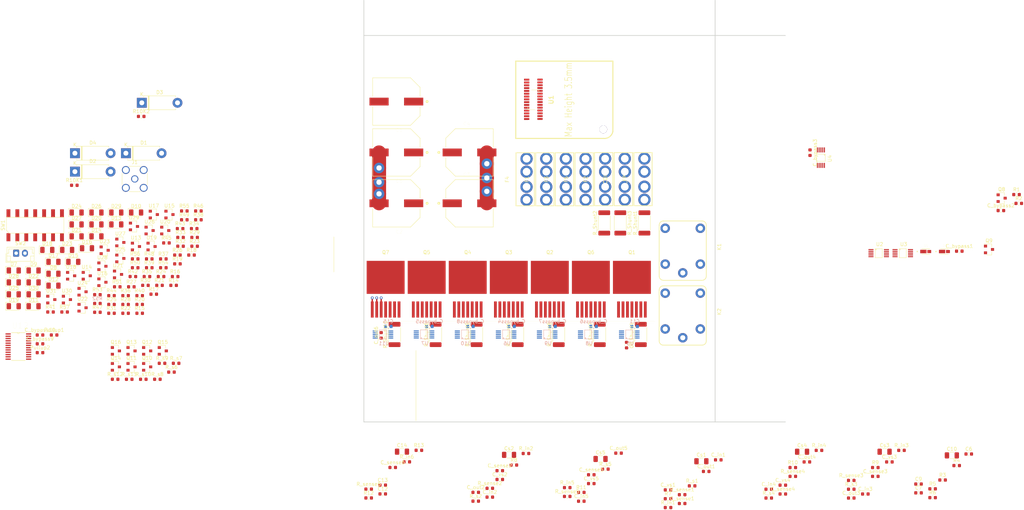
<source format=kicad_pcb>
(kicad_pcb (version 20171130) (host pcbnew "(5.1.4)-1")
  (layers (0 F.Cu signal) (31 B.Cu signal) (34 B.Paste user hide) (35 F.Paste user hide) (36 B.SilkS user) (37 F.SilkS user) (38 B.Mask user hide) (39 F.Mask user hide) (44 Edge.Cuts user))
  (net 0 "")
  (net 1 V+12V)
  (net 2 GND)
  (net 3 P1_MOS_SENSE)
  (net 4 "Net-(C7-Pad1)")
  (net 5 "Net-(C8-Pad1)")
  (net 6 "Net-(C10-Pad2)")
  (net 7 vcc_5v)
  (net 8 "Net-(C12-Pad1)")
  (net 9 "Net-(C14-Pad2)")
  (net 10 "Net-(C_in1-Pad1)")
  (net 11 "Net-(C_in2-Pad1)")
  (net 12 "Net-(C_in3-Pad1)")
  (net 13 "Net-(C_in4-Pad1)")
  (net 14 "Net-(C_in5-Pad1)")
  (net 15 "Net-(C_out1-Pad1)")
  (net 16 "Net-(C_out2-Pad1)")
  (net 17 "Net-(C_out3-Pad1)")
  (net 18 "Net-(C_out4-Pad1)")
  (net 19 "Net-(C_out5-Pad1)")
  (net 20 "Net-(C_out6-Pad1)")
  (net 21 P3_MOS_SENSE)
  (net 22 P5_MOS_SENSE)
  (net 23 P6_MOS_SENSE)
  (net 24 P2_MOS_SENSE)
  (net 25 P4_MOS_SENSE)
  (net 26 P7_MOS_SENSE)
  (net 27 "Net-(Cs1-Pad2)")
  (net 28 "Net-(Cs2-Pad2)")
  (net 29 "Net-(Cs3-Pad2)")
  (net 30 "Net-(Cs4-Pad2)")
  (net 31 "Net-(Cs5-Pad2)")
  (net 32 "Net-(D1-Pad2)")
  (net 33 "Net-(D3-Pad2)")
  (net 34 SHUTDOWN_IN)
  (net 35 FP_ENABLE_RELAY_SINK)
  (net 36 "Net-(D7-Pad1)")
  (net 37 "Net-(D8-Pad1)")
  (net 38 P1_OUT)
  (net 39 "Net-(D9-Pad1)")
  (net 40 P2_OUT)
  (net 41 "Net-(D10-Pad1)")
  (net 42 "Net-(D11-Pad1)")
  (net 43 "Net-(D12-Pad1)")
  (net 44 P3_OUT)
  (net 45 "Net-(D13-Pad1)")
  (net 46 P4_OUT)
  (net 47 "Net-(D14-Pad1)")
  (net 48 "Net-(D15-Pad1)")
  (net 49 "Net-(D16-Pad1)")
  (net 50 P5_OUT)
  (net 51 "Net-(D17-Pad1)")
  (net 52 "Net-(D18-Pad1)")
  (net 53 P6_OUT)
  (net 54 "Net-(D19-Pad1)")
  (net 55 "Net-(D20-Pad1)")
  (net 56 P7_OUT)
  (net 57 FUEL_PUMP_OUT)
  (net 58 "Net-(D21-Pad1)")
  (net 59 "Net-(D22-Pad1)")
  (net 60 COIL_INJECTOR_OUT)
  (net 61 "Net-(D23-Pad1)")
  (net 62 "Net-(D24-Pad1)")
  (net 63 "Net-(D25-Pad1)")
  (net 64 "Net-(D26-Pad2)")
  (net 65 "Net-(D26-Pad1)")
  (net 66 "Net-(D27-Pad1)")
  (net 67 "Net-(D27-Pad2)")
  (net 68 "Net-(D28-Pad2)")
  (net 69 "Net-(D28-Pad1)")
  (net 70 "Net-(D29-Pad2)")
  (net 71 "Net-(D29-Pad1)")
  (net 72 "Net-(D30-Pad1)")
  (net 73 "Net-(D30-Pad2)")
  (net 74 IGN_SWITCH_OUT)
  (net 75 "Net-(F1-Pad2)")
  (net 76 MCU_UNITS_FEED_OUT)
  (net 77 CLUTCH_ACT_OUT)
  (net 78 SHUTDOWN_OUT)
  (net 79 ETC_OUT)
  (net 80 "Net-(F_COIL1-Pad2)")
  (net 81 "Net-(F_FP1-Pad2)")
  (net 82 "Net-(J1-Pad2)")
  (net 83 "Net-(K1-Pad1)")
  (net 84 "Net-(K1-Pad14)")
  (net 85 "Net-(K2-Pad14)")
  (net 86 "Net-(K2-Pad1)")
  (net 87 "Net-(Pullup1-Pad2)")
  (net 88 "Net-(Pullup2-Pad2)")
  (net 89 FP_ENABLE_ACM)
  (net 90 FP_ENABLE_AUX)
  (net 91 P1_MOS_SENSE_Select)
  (net 92 MOS_SENSE_ALL)
  (net 93 P2_MOS_SENSE_Select)
  (net 94 P3_MOS_SENSE_Select)
  (net 95 P4_MOS_SENSE_Select)
  (net 96 P5_MOS_SENSE_Select)
  (net 97 P6_MOS_SENSE_Select)
  (net 98 P7_MOS_SENSE_Select)
  (net 99 P1_MOS_IN)
  (net 100 P3_MOS_IN)
  (net 101 P5_MOS_IN)
  (net 102 P6_MOS_IN)
  (net 103 P2_MOS_IN)
  (net 104 P4_MOS_IN)
  (net 105 P7_MOS_IN)
  (net 106 P1_EN_ACM)
  (net 107 P1_EN_AUX)
  (net 108 P1_Fault)
  (net 109 P2_Fault)
  (net 110 P2_EN_ACM)
  (net 111 P2_EN_AUX)
  (net 112 P3_Fault)
  (net 113 P4_Fault)
  (net 114 P5_Fault)
  (net 115 P3_EN_ACM)
  (net 116 P3_EN_AUX)
  (net 117 P6_Fault)
  (net 118 P7_Fault)
  (net 119 P4_EN_ACM)
  (net 120 P4_EN_AUX)
  (net 121 P5_EN_ACM)
  (net 122 P5_EN_AUX)
  (net 123 P6_EN_ACM)
  (net 124 P6_EN_AUX)
  (net 125 P7_EN_ACM)
  (net 126 P7_EN_AUX)
  (net 127 COIL_INJECTOR_Fault)
  (net 128 FUEL_PUMP_Fault)
  (net 129 Switch)
  (net 130 SDA)
  (net 131 SLC)
  (net 132 "Net-(SW1-Pad1)")
  (net 133 "Net-(SW1-Pad2)")
  (net 134 "Net-(SW1-Pad3)")
  (net 135 "Net-(SW1-Pad4)")
  (net 136 "Net-(SW1-Pad5)")
  (net 137 "Net-(SW1-Pad6)")
  (net 138 "Net-(SW1-Pad7)")
  (net 139 "Net-(U1-Pad5)")
  (net 140 "Net-(U1-Pad7)")
  (net 141 "Net-(U1-Pad10)")
  (net 142 "Net-(U1-Pad11)")
  (net 143 RX)
  (net 144 "Net-(U1-Pad13)")
  (net 145 TX)
  (net 146 "Net-(U1-Pad15)")
  (net 147 CAN_HIGH)
  (net 148 CAN_LOW)
  (net 149 COIL_INJECTOR_Alert)
  (net 150 FP_Alert)
  (net 151 DIRECT_Alert)
  (module AR_PDM_v1:CAPAE1350X1400N_EEV-FK1V471Q (layer F.Cu) (at 49.276 57.15 180)
    (fp_text reference C1 (at -0.825 -8.135) (layer F.SilkS) (effects (font (thickness 0.015))))
    (fp_text value 470uf)
    (pad 1 smd rect (at -4.925 0 180) (size 5.46 2.21) (layers F.Cu F.Paste F.Mask) (net 1 V+12V))
    (pad 2 smd rect (at 4.925 0 180) (size 5.46 2.21) (layers F.Cu F.Paste F.Mask) (net 2 GND))
  )
  (module AR_PDM_v1:CAPAE1350X1400N_EEV-FK1V471Q (layer F.Cu) (at 49.276 86.106 180)
    (fp_text reference C2 (at -0.825 -8.135) (layer F.SilkS) (effects (font (thickness 0.015))))
    (fp_text value 470uf)
    (pad 2 smd rect (at 4.925 0 180) (size 5.46 2.21) (layers F.Cu F.Paste F.Mask) (net 2 GND))
    (pad 1 smd rect (at -4.925 0 180) (size 5.46 2.21) (layers F.Cu F.Paste F.Mask) (net 1 V+12V))
  )
  (module AR_PDM_v1:CAPAE1350X1400N_EEV-FK1V471Q (layer F.Cu) (at 70.104 86.106)
    (fp_text reference C3 (at -0.825 -8.135) (layer F.SilkS) (effects (font (thickness 0.015))))
    (fp_text value 470uf)
    (pad 2 smd rect (at 4.925 0) (size 5.46 2.21) (layers F.Cu F.Paste F.Mask) (net 2 GND))
    (pad 1 smd rect (at -4.925 0) (size 5.46 2.21) (layers F.Cu F.Paste F.Mask) (net 1 V+12V))
  )
  (module AR_PDM_v1:CAPAE1350X1400N_EEV-FK1V471Q (layer F.Cu) (at 70.104 71.628)
    (fp_text reference C4 (at -0.825 -8.135) (layer F.SilkS) (effects (font (thickness 0.015))))
    (fp_text value 470uf)
    (pad 1 smd rect (at -4.925 0) (size 5.46 2.21) (layers F.Cu F.Paste F.Mask) (net 1 V+12V))
    (pad 2 smd rect (at 4.925 0) (size 5.46 2.21) (layers F.Cu F.Paste F.Mask) (net 2 GND))
  )
  (module AR_PDM_v1:CAPAE1350X1400N_EEV-FK1V471Q (layer F.Cu) (at 49.276 71.628 180)
    (fp_text reference C5 (at -0.825 -8.135) (layer F.SilkS) (effects (font (thickness 0.015))))
    (fp_text value 470uf)
    (pad 1 smd rect (at -4.925 0 180) (size 5.46 2.21) (layers F.Cu F.Paste F.Mask) (net 1 V+12V))
    (pad 2 smd rect (at 4.925 0 180) (size 5.46 2.21) (layers F.Cu F.Paste F.Mask) (net 2 GND))
  )
  (module Capacitor_SMD:C_0603_1608Metric (layer F.Cu) (at 212.217001 157.473001)
    (fp_text reference C6 (at 0 -1.43) (layer F.SilkS))
    (fp_text value 10nf)
    (pad 1 smd roundrect (at -0.7875 0) (size 0.875 0.95) (layers F.Cu F.Paste F.Mask) (net 2 GND))
    (pad 2 smd roundrect (at 0.7875 0) (size 0.875 0.95) (layers F.Cu F.Paste F.Mask) (net 3 P1_MOS_SENSE))
  )
  (module Capacitor_SMD:C_0603_1608Metric (layer F.Cu) (at 197.917001 168.533001)
    (fp_text reference C7 (at 0 -1.43) (layer F.SilkS))
    (fp_text value 150nf)
    (pad 1 smd roundrect (at -0.7875 0) (size 0.875 0.95) (layers F.Cu F.Paste F.Mask) (net 4 "Net-(C7-Pad1)"))
    (pad 2 smd roundrect (at 0.7875 0) (size 0.875 0.95) (layers F.Cu F.Paste F.Mask) (net 2 GND))
  )
  (module Capacitor_SMD:C_0603_1608Metric (layer F.Cu) (at 114.808 126.4665 270)
    (fp_text reference C8 (at 0 -1.43 90) (layer F.SilkS))
    (fp_text value 10nf)
    (pad 2 smd roundrect (at 0.7875 0 270) (size 0.875 0.95) (layers F.Cu F.Paste F.Mask) (net 2 GND))
    (pad 1 smd roundrect (at -0.7875 0 270) (size 0.875 0.95) (layers F.Cu F.Paste F.Mask) (net 5 "Net-(C8-Pad1)"))
  )
  (module Capacitor_SMD:C_0603_1608Metric (layer F.Cu) (at 197.917001 166.023001)
    (fp_text reference C9 (at 0 -1.43) (layer F.SilkS))
    (fp_text value 100nf)
    (pad 2 smd roundrect (at 0.7875 0) (size 0.875 0.95) (layers F.Cu F.Paste F.Mask) (net 1 V+12V))
    (pad 1 smd roundrect (at -0.7875 0) (size 0.875 0.95) (layers F.Cu F.Paste F.Mask) (net 2 GND))
  )
  (module Capacitor_SMD:C_1206_3216Metric (layer F.Cu) (at 207.407001 157.863001)
    (fp_text reference C10 (at 0 -1.82) (layer F.SilkS))
    (fp_text value 4.7uF)
    (pad 1 smd roundrect (at -1.4 0) (size 1.25 1.75) (layers F.Cu F.Paste F.Mask) (roundrect_rratio 0.2) (net 2 GND))
    (pad 2 smd roundrect (at 1.4 0) (size 1.25 1.75) (layers F.Cu F.Paste F.Mask) (roundrect_rratio 0.2) (net 6 "Net-(C10-Pad2)"))
  )
  (module Capacitor_SMD:C_0603_1608Metric (layer B.Cu) (at 117.094 121.158 180)
    (fp_text reference C11 (at 0 1.43) (layer B.SilkS) (effects (justify mirror)))
    (fp_text value 100nf)
    (pad 1 smd roundrect (at -0.7875 0 180) (size 0.875 0.95) (layers B.Cu B.Paste B.Mask) (net 7 vcc_5v))
    (pad 2 smd roundrect (at 0.7875 0 180) (size 0.875 0.95) (layers B.Cu B.Paste B.Mask) (net 2 GND))
  )
  (module Capacitor_SMD:C_0603_1608Metric (layer F.Cu) (at 45.401001 168.835001)
    (fp_text reference C12 (at 0 -1.43) (layer F.SilkS))
    (fp_text value 150nf)
    (pad 1 smd roundrect (at -0.7875 0) (size 0.875 0.95) (layers F.Cu F.Paste F.Mask) (net 8 "Net-(C12-Pad1)"))
    (pad 2 smd roundrect (at 0.7875 0) (size 0.875 0.95) (layers F.Cu F.Paste F.Mask) (net 2 GND))
  )
  (module Capacitor_SMD:C_0603_1608Metric (layer F.Cu) (at 45.401001 166.325001)
    (fp_text reference C13 (at 0 -1.43) (layer F.SilkS))
    (fp_text value 100nf)
    (pad 2 smd roundrect (at 0.7875 0) (size 0.875 0.95) (layers F.Cu F.Paste F.Mask) (net 1 V+12V))
    (pad 1 smd roundrect (at -0.7875 0) (size 0.875 0.95) (layers F.Cu F.Paste F.Mask) (net 2 GND))
  )
  (module Capacitor_SMD:C_1206_3216Metric (layer F.Cu) (at 50.881001 156.805001)
    (fp_text reference C14 (at 0 -1.82) (layer F.SilkS))
    (fp_text value 4.7uF)
    (pad 2 smd roundrect (at 1.4 0) (size 1.25 1.75) (layers F.Cu F.Paste F.Mask) (roundrect_rratio 0.2) (net 9 "Net-(C14-Pad2)"))
    (pad 1 smd roundrect (at -1.4 0) (size 1.25 1.75) (layers F.Cu F.Paste F.Mask) (roundrect_rratio 0.2) (net 2 GND))
  )
  (module Capacitor_SMD:C_0603_1608Metric (layer B.Cu) (at 46.99 121.158 180)
    (fp_text reference C15 (at 0 1.43) (layer B.SilkS) (effects (justify mirror)))
    (fp_text value 100nf)
    (pad 2 smd roundrect (at 0.7875 0 180) (size 0.875 0.95) (layers B.Cu B.Paste B.Mask) (net 2 GND))
    (pad 1 smd roundrect (at -0.7875 0 180) (size 0.875 0.95) (layers B.Cu B.Paste B.Mask) (net 7 vcc_5v))
  )
  (module Capacitor_SMD:C_0603_1608Metric (layer F.Cu) (at 209.523001 99.733001)
    (fp_text reference C_bypass1 (at 0 -1.43) (layer F.SilkS))
    (fp_text value 100nf)
    (pad 1 smd roundrect (at -0.7875 0) (size 0.875 0.95) (layers F.Cu F.Paste F.Mask) (net 7 vcc_5v))
    (pad 2 smd roundrect (at 0.7875 0) (size 0.875 0.95) (layers F.Cu F.Paste F.Mask) (net 2 GND))
  )
  (module Capacitor_SMD:C_0603_1608Metric (layer F.Cu) (at 221.363001 88.173001)
    (fp_text reference C_bypass2 (at 0 -1.43) (layer F.SilkS))
    (fp_text value 100nf)
    (pad 2 smd roundrect (at 0.7875 0) (size 0.875 0.95) (layers F.Cu F.Paste F.Mask) (net 2 GND))
    (pad 1 smd roundrect (at -0.7875 0) (size 0.875 0.95) (layers F.Cu F.Paste F.Mask) (net 7 vcc_5v))
  )
  (module Capacitor_SMD:C_0603_1608Metric (layer F.Cu) (at 167.030999 71.695001 270)
    (fp_text reference C_bypass3 (at 0 -1.43 90) (layer F.SilkS))
    (fp_text value 100nf)
    (pad 1 smd roundrect (at -0.7875 0 270) (size 0.875 0.95) (layers F.Cu F.Paste F.Mask) (net 7 vcc_5v))
    (pad 2 smd roundrect (at 0.7875 0 270) (size 0.875 0.95) (layers F.Cu F.Paste F.Mask) (net 2 GND))
  )
  (module Capacitor_SMD:C_0603_1608Metric (layer B.Cu) (at 82.0675 121.158 180)
    (fp_text reference C_bypass4 (at 0 1.43) (layer B.SilkS) (effects (justify mirror)))
    (fp_text value 100nf)
    (pad 1 smd roundrect (at -0.7875 0 180) (size 0.875 0.95) (layers B.Cu B.Paste B.Mask) (net 7 vcc_5v))
    (pad 2 smd roundrect (at 0.7875 0 180) (size 0.875 0.95) (layers B.Cu B.Paste B.Mask) (net 2 GND))
  )
  (module Capacitor_SMD:C_0603_1608Metric (layer B.Cu) (at 58.674 121.158 180)
    (fp_text reference C_bypass5 (at 0 1.43) (layer B.SilkS) (effects (justify mirror)))
    (fp_text value 100nf)
    (pad 1 smd roundrect (at -0.7875 0 180) (size 0.875 0.95) (layers B.Cu B.Paste B.Mask) (net 7 vcc_5v))
    (pad 2 smd roundrect (at 0.7875 0 180) (size 0.875 0.95) (layers B.Cu B.Paste B.Mask) (net 2 GND))
  )
  (module Capacitor_SMD:C_0603_1608Metric (layer B.Cu) (at 105.41 121.158 180)
    (fp_text reference C_bypass6 (at 0 1.43) (layer B.SilkS) (effects (justify mirror)))
    (fp_text value 100nf)
    (pad 2 smd roundrect (at 0.7875 0 180) (size 0.875 0.95) (layers B.Cu B.Paste B.Mask) (net 2 GND))
    (pad 1 smd roundrect (at -0.7875 0 180) (size 0.875 0.95) (layers B.Cu B.Paste B.Mask) (net 7 vcc_5v))
  )
  (module Capacitor_SMD:C_0603_1608Metric (layer B.Cu) (at 93.726 121.158 180)
    (fp_text reference C_bypass7 (at 0 1.43) (layer B.SilkS) (effects (justify mirror)))
    (fp_text value 100nf)
    (pad 2 smd roundrect (at 0.7875 0 180) (size 0.875 0.95) (layers B.Cu B.Paste B.Mask) (net 2 GND))
    (pad 1 smd roundrect (at -0.7875 0 180) (size 0.875 0.95) (layers B.Cu B.Paste B.Mask) (net 7 vcc_5v))
  )
  (module Capacitor_SMD:C_0603_1608Metric (layer B.Cu) (at 70.358 121.158 180)
    (fp_text reference C_bypass8 (at 0 1.43) (layer B.SilkS) (effects (justify mirror)))
    (fp_text value 100nf)
    (pad 2 smd roundrect (at 0.7875 0 180) (size 0.875 0.95) (layers B.Cu B.Paste B.Mask) (net 2 GND))
    (pad 1 smd roundrect (at -0.7875 0 180) (size 0.875 0.95) (layers B.Cu B.Paste B.Mask) (net 7 vcc_5v))
  )
  (module Capacitor_SMD:C_0603_1608Metric (layer F.Cu) (at -52.160999 126.109001)
    (fp_text reference C_bypass9 (at 0 -1.43) (layer F.SilkS))
    (fp_text value 100nf)
    (pad 1 smd roundrect (at -0.7875 0) (size 0.875 0.95) (layers F.Cu F.Paste F.Mask) (net 7 vcc_5v))
    (pad 2 smd roundrect (at 0.7875 0) (size 0.875 0.95) (layers F.Cu F.Paste F.Mask) (net 2 GND))
  )
  (module Capacitor_SMD:C_0603_1608Metric (layer F.Cu) (at -52.160999 123.599001)
    (fp_text reference C_bypass10 (at 0 -1.43) (layer F.SilkS))
    (fp_text value 100nf)
    (pad 2 smd roundrect (at 0.7875 0) (size 0.875 0.95) (layers F.Cu F.Paste F.Mask) (net 2 GND))
    (pad 1 smd roundrect (at -0.7875 0) (size 0.875 0.95) (layers F.Cu F.Paste F.Mask) (net 7 vcc_5v))
  )
  (module Capacitor_SMD:C_0603_1608Metric (layer F.Cu) (at 140.915001 159.145001)
    (fp_text reference C_in1 (at 0 -1.43) (layer F.SilkS))
    (fp_text value 150nf)
    (pad 2 smd roundrect (at 0.7875 0) (size 0.875 0.95) (layers F.Cu F.Paste F.Mask) (net 2 GND))
    (pad 1 smd roundrect (at -0.7875 0) (size 0.875 0.95) (layers F.Cu F.Paste F.Mask) (net 10 "Net-(C_in1-Pad1)"))
  )
  (module Capacitor_SMD:C_0603_1608Metric (layer F.Cu) (at 75.881001 169.745001)
    (fp_text reference C_in2 (at 0 -1.43) (layer F.SilkS))
    (fp_text value 150nf)
    (pad 2 smd roundrect (at 0.7875 0) (size 0.875 0.95) (layers F.Cu F.Paste F.Mask) (net 2 GND))
    (pad 1 smd roundrect (at -0.7875 0) (size 0.875 0.95) (layers F.Cu F.Paste F.Mask) (net 11 "Net-(C_in2-Pad1)"))
  )
  (module Capacitor_SMD:C_0603_1608Metric (layer F.Cu) (at 182.777001 168.857001)
    (fp_text reference C_in3 (at 0 -1.43) (layer F.SilkS))
    (fp_text value 150nf)
    (pad 2 smd roundrect (at 0.7875 0) (size 0.875 0.95) (layers F.Cu F.Paste F.Mask) (net 2 GND))
    (pad 1 smd roundrect (at -0.7875 0) (size 0.875 0.95) (layers F.Cu F.Paste F.Mask) (net 12 "Net-(C_in3-Pad1)"))
  )
  (module Capacitor_SMD:C_0603_1608Metric (layer F.Cu) (at 155.279001 167.497001)
    (fp_text reference C_in4 (at 0 -1.43) (layer F.SilkS))
    (fp_text value 150nf)
    (pad 1 smd roundrect (at -0.7875 0) (size 0.875 0.95) (layers F.Cu F.Paste F.Mask) (net 13 "Net-(C_in4-Pad1)"))
    (pad 2 smd roundrect (at 0.7875 0) (size 0.875 0.95) (layers F.Cu F.Paste F.Mask) (net 2 GND))
  )
  (module Capacitor_SMD:C_0603_1608Metric (layer F.Cu) (at 101.923001 170.909001)
    (fp_text reference C_in5 (at 0 -1.43) (layer F.SilkS))
    (fp_text value 150nf)
    (pad 2 smd roundrect (at 0.7875 0) (size 0.875 0.95) (layers F.Cu F.Paste F.Mask) (net 2 GND))
    (pad 1 smd roundrect (at -0.7875 0) (size 0.875 0.95) (layers F.Cu F.Paste F.Mask) (net 14 "Net-(C_in5-Pad1)"))
  )
  (module Capacitor_SMD:C_0603_1608Metric (layer F.Cu) (at 137.475001 162.435001)
    (fp_text reference C_out1 (at 0 -1.43) (layer F.SilkS))
    (fp_text value 10nf)
    (pad 2 smd roundrect (at 0.7875 0) (size 0.875 0.95) (layers F.Cu F.Paste F.Mask) (net 2 GND))
    (pad 1 smd roundrect (at -0.7875 0) (size 0.875 0.95) (layers F.Cu F.Paste F.Mask) (net 15 "Net-(C_out1-Pad1)"))
  )
  (module Capacitor_SMD:C_0603_1608Metric (layer F.Cu) (at 71.871001 168.385001)
    (fp_text reference C_out2 (at 0 -1.43) (layer F.SilkS))
    (fp_text value 10nf)
    (pad 1 smd roundrect (at -0.7875 0) (size 0.875 0.95) (layers F.Cu F.Paste F.Mask) (net 16 "Net-(C_out2-Pad1)"))
    (pad 2 smd roundrect (at 0.7875 0) (size 0.875 0.95) (layers F.Cu F.Paste F.Mask) (net 2 GND))
  )
  (module Capacitor_SMD:C_0603_1608Metric (layer F.Cu) (at 178.767001 170.007001)
    (fp_text reference C_out3 (at 0 -1.43) (layer F.SilkS))
    (fp_text value 10nf)
    (pad 1 smd roundrect (at -0.7875 0) (size 0.875 0.95) (layers F.Cu F.Paste F.Mask) (net 17 "Net-(C_out3-Pad1)"))
    (pad 2 smd roundrect (at 0.7875 0) (size 0.875 0.95) (layers F.Cu F.Paste F.Mask) (net 2 GND))
  )
  (module Capacitor_SMD:C_0603_1608Metric (layer F.Cu) (at 166.139001 159.727001)
    (fp_text reference C_out4 (at 0 -1.43) (layer F.SilkS))
    (fp_text value 10nf)
    (pad 2 smd roundrect (at 0.7875 0) (size 0.875 0.95) (layers F.Cu F.Paste F.Mask) (net 2 GND))
    (pad 1 smd roundrect (at -0.7875 0) (size 0.875 0.95) (layers F.Cu F.Paste F.Mask) (net 18 "Net-(C_out4-Pad1)"))
  )
  (module Capacitor_SMD:C_0603_1608Metric (layer F.Cu) (at 112.522 157.226)
    (fp_text reference C_out5 (at 0 -1.43) (layer F.SilkS))
    (fp_text value 10nf)
    (pad 2 smd roundrect (at 0.7875 0) (size 0.875 0.95) (layers F.Cu F.Paste F.Mask) (net 2 GND))
    (pad 1 smd roundrect (at -0.7875 0) (size 0.875 0.95) (layers F.Cu F.Paste F.Mask) (net 19 "Net-(C_out5-Pad1)"))
  )
  (module Capacitor_SMD:C_0603_1608Metric (layer F.Cu) (at 44.958 123.698 90)
    (fp_text reference C_out6 (at 0 -1.43 90) (layer F.SilkS))
    (fp_text value 10nf)
    (pad 1 smd roundrect (at -0.7875 0 90) (size 0.875 0.95) (layers F.Cu F.Paste F.Mask) (net 20 "Net-(C_out6-Pad1)"))
    (pad 2 smd roundrect (at 0.7875 0 90) (size 0.875 0.95) (layers F.Cu F.Paste F.Mask) (net 2 GND))
  )
  (module Capacitor_SMD:C_0603_1608Metric (layer F.Cu) (at 130.625001 171.565001)
    (fp_text reference C_sense1 (at 0 -1.43) (layer F.SilkS))
    (fp_text value 10nf)
    (pad 1 smd roundrect (at -0.7875 0) (size 0.875 0.95) (layers F.Cu F.Paste F.Mask) (net 2 GND))
    (pad 2 smd roundrect (at 0.7875 0) (size 0.875 0.95) (layers F.Cu F.Paste F.Mask) (net 21 P3_MOS_SENSE))
  )
  (module Capacitor_SMD:C_0603_1608Metric (layer F.Cu) (at 78.721001 162.215001)
    (fp_text reference C_sense2 (at 0 -1.43) (layer F.SilkS))
    (fp_text value 10nf)
    (pad 2 smd roundrect (at 0.7875 0) (size 0.875 0.95) (layers F.Cu F.Paste F.Mask) (net 22 P5_MOS_SENSE))
    (pad 1 smd roundrect (at -0.7875 0) (size 0.875 0.95) (layers F.Cu F.Paste F.Mask) (net 2 GND))
  )
  (module Capacitor_SMD:C_0603_1608Metric (layer F.Cu) (at 185.617001 163.837001)
    (fp_text reference C_sense3 (at 0 -1.43) (layer F.SilkS))
    (fp_text value 10nf)
    (pad 1 smd roundrect (at -0.7875 0) (size 0.875 0.95) (layers F.Cu F.Paste F.Mask) (net 2 GND))
    (pad 2 smd roundrect (at 0.7875 0) (size 0.875 0.95) (layers F.Cu F.Paste F.Mask) (net 23 P6_MOS_SENSE))
  )
  (module Capacitor_SMD:C_0603_1608Metric (layer F.Cu) (at 159.289001 168.857001)
    (fp_text reference C_sense4 (at 0 -1.43) (layer F.SilkS))
    (fp_text value 10nf)
    (pad 1 smd roundrect (at -0.7875 0) (size 0.875 0.95) (layers F.Cu F.Paste F.Mask) (net 2 GND))
    (pad 2 smd roundrect (at 0.7875 0) (size 0.875 0.95) (layers F.Cu F.Paste F.Mask) (net 24 P2_MOS_SENSE))
  )
  (module Capacitor_SMD:C_0603_1608Metric (layer F.Cu) (at 104.763001 163.379001)
    (fp_text reference C_sense5 (at 0 -1.43) (layer F.SilkS))
    (fp_text value 10nf)
    (pad 1 smd roundrect (at -0.7875 0) (size 0.875 0.95) (layers F.Cu F.Paste F.Mask) (net 2 GND))
    (pad 2 smd roundrect (at 0.7875 0) (size 0.875 0.95) (layers F.Cu F.Paste F.Mask) (net 25 P4_MOS_SENSE))
  )
  (module Capacitor_SMD:C_0603_1608Metric (layer F.Cu) (at 48.241001 161.305001)
    (fp_text reference C_sense6 (at 0 -1.43) (layer F.SilkS))
    (fp_text value 10nf)
    (pad 1 smd roundrect (at -0.7875 0) (size 0.875 0.95) (layers F.Cu F.Paste F.Mask) (net 2 GND))
    (pad 2 smd roundrect (at 0.7875 0) (size 0.875 0.95) (layers F.Cu F.Paste F.Mask) (net 26 P7_MOS_SENSE))
  )
  (module Capacitor_SMD:C_0603_1608Metric (layer F.Cu) (at 126.615001 167.695001)
    (fp_text reference C_vs1 (at 0 -1.43) (layer F.SilkS))
    (fp_text value 100nf)
    (pad 2 smd roundrect (at 0.7875 0) (size 0.875 0.95) (layers F.Cu F.Paste F.Mask) (net 1 V+12V))
    (pad 1 smd roundrect (at -0.7875 0) (size 0.875 0.95) (layers F.Cu F.Paste F.Mask) (net 2 GND))
  )
  (module Capacitor_SMD:C_0603_1608Metric (layer F.Cu) (at 78.721001 164.725001)
    (fp_text reference C_vs2 (at 0 -1.43) (layer F.SilkS))
    (fp_text value 100nf)
    (pad 1 smd roundrect (at -0.7875 0) (size 0.875 0.95) (layers F.Cu F.Paste F.Mask) (net 2 GND))
    (pad 2 smd roundrect (at 0.7875 0) (size 0.875 0.95) (layers F.Cu F.Paste F.Mask) (net 1 V+12V))
  )
  (module Capacitor_SMD:C_0603_1608Metric (layer F.Cu) (at 189.627001 159.727001)
    (fp_text reference C_vs3 (at 0 -1.43) (layer F.SilkS))
    (fp_text value 100nf)
    (pad 2 smd roundrect (at 0.7875 0) (size 0.875 0.95) (layers F.Cu F.Paste F.Mask) (net 1 V+12V))
    (pad 1 smd roundrect (at -0.7875 0) (size 0.875 0.95) (layers F.Cu F.Paste F.Mask) (net 2 GND))
  )
  (module Capacitor_SMD:C_0603_1608Metric (layer F.Cu) (at 159.289001 166.347001)
    (fp_text reference C_vs4 (at 0 -1.43) (layer F.SilkS))
    (fp_text value 100nf)
    (pad 1 smd roundrect (at -0.7875 0) (size 0.875 0.95) (layers F.Cu F.Paste F.Mask) (net 2 GND))
    (pad 2 smd roundrect (at 0.7875 0) (size 0.875 0.95) (layers F.Cu F.Paste F.Mask) (net 1 V+12V))
  )
  (module Capacitor_SMD:C_0603_1608Metric (layer F.Cu) (at 104.763001 165.889001)
    (fp_text reference C_vs5 (at 0 -1.43) (layer F.SilkS))
    (fp_text value 100nf)
    (pad 1 smd roundrect (at -0.7875 0) (size 0.875 0.95) (layers F.Cu F.Paste F.Mask) (net 2 GND))
    (pad 2 smd roundrect (at 0.7875 0) (size 0.875 0.95) (layers F.Cu F.Paste F.Mask) (net 1 V+12V))
  )
  (module Capacitor_SMD:C_1206_3216Metric (layer F.Cu) (at 136.105001 159.535001)
    (fp_text reference Cs1 (at 0 -1.82) (layer F.SilkS))
    (fp_text value 4.7uF)
    (pad 1 smd roundrect (at -1.4 0) (size 1.25 1.75) (layers F.Cu F.Paste F.Mask) (roundrect_rratio 0.2) (net 2 GND))
    (pad 2 smd roundrect (at 1.4 0) (size 1.25 1.75) (layers F.Cu F.Paste F.Mask) (roundrect_rratio 0.2) (net 27 "Net-(Cs1-Pad2)"))
  )
  (module Capacitor_SMD:C_1206_3216Metric (layer F.Cu) (at 81.361001 157.715001)
    (fp_text reference Cs2 (at 0 -1.82) (layer F.SilkS))
    (fp_text value 4.7uF)
    (pad 2 smd roundrect (at 1.4 0) (size 1.25 1.75) (layers F.Cu F.Paste F.Mask) (roundrect_rratio 0.2) (net 28 "Net-(Cs2-Pad2)"))
    (pad 1 smd roundrect (at -1.4 0) (size 1.25 1.75) (layers F.Cu F.Paste F.Mask) (roundrect_rratio 0.2) (net 2 GND))
  )
  (module Capacitor_SMD:C_1206_3216Metric (layer F.Cu) (at 188.257001 156.827001)
    (fp_text reference Cs3 (at 0 -1.82) (layer F.SilkS))
    (fp_text value 4.7uF)
    (pad 1 smd roundrect (at -1.4 0) (size 1.25 1.75) (layers F.Cu F.Paste F.Mask) (roundrect_rratio 0.2) (net 2 GND))
    (pad 2 smd roundrect (at 1.4 0) (size 1.25 1.75) (layers F.Cu F.Paste F.Mask) (roundrect_rratio 0.2) (net 29 "Net-(Cs3-Pad2)"))
  )
  (module Capacitor_SMD:C_1206_3216Metric (layer F.Cu) (at 164.769001 156.827001)
    (fp_text reference Cs4 (at 0 -1.82) (layer F.SilkS))
    (fp_text value 4.7uF)
    (pad 1 smd roundrect (at -1.4 0) (size 1.25 1.75) (layers F.Cu F.Paste F.Mask) (roundrect_rratio 0.2) (net 2 GND))
    (pad 2 smd roundrect (at 1.4 0) (size 1.25 1.75) (layers F.Cu F.Paste F.Mask) (roundrect_rratio 0.2) (net 30 "Net-(Cs4-Pad2)"))
  )
  (module Capacitor_SMD:C_1206_3216Metric (layer F.Cu) (at 107.403001 158.879001)
    (fp_text reference Cs5 (at 0 -1.82) (layer F.SilkS))
    (fp_text value 4.7uF)
    (pad 2 smd roundrect (at 1.4 0) (size 1.25 1.75) (layers F.Cu F.Paste F.Mask) (roundrect_rratio 0.2) (net 31 "Net-(Cs5-Pad2)"))
    (pad 1 smd roundrect (at -1.4 0) (size 1.25 1.75) (layers F.Cu F.Paste F.Mask) (roundrect_rratio 0.2) (net 2 GND))
  )
  (module Diode_THT:D_5W_P10.16mm_Horizontal (layer F.Cu) (at -27.710999 71.849001)
    (fp_text reference D1 (at 5.08 -2.97) (layer F.SilkS))
    (fp_text value "16V 5W")
    (fp_text user K (at 0 -2.4) (layer F.SilkS))
    (pad 1 thru_hole rect (at 0 0) (size 2.8 2.8) (drill 1.4) (layers *.Cu *.Mask) (net 1 V+12V))
    (pad 2 thru_hole oval (at 10.16 0) (size 2.8 2.8) (drill 1.4) (layers *.Cu *.Mask) (net 32 "Net-(D1-Pad2)"))
  )
  (module Diode_THT:D_5W_P10.16mm_Horizontal (layer F.Cu) (at -42.220999 77.099001)
    (fp_text reference D2 (at 5.08 -2.97) (layer F.SilkS))
    (fp_text value "3.3-5V 5W")
    (fp_text user K (at 0 -2.4) (layer F.SilkS))
    (pad 2 thru_hole oval (at 10.16 0) (size 2.8 2.8) (drill 1.4) (layers *.Cu *.Mask) (net 32 "Net-(D1-Pad2)"))
    (pad 1 thru_hole rect (at 0 0) (size 2.8 2.8) (drill 1.4) (layers *.Cu *.Mask) (net 2 GND))
  )
  (module Diode_THT:D_5W_P10.16mm_Horizontal (layer F.Cu) (at -23.182999 57.497001)
    (fp_text reference D3 (at 5.08 -2.97) (layer F.SilkS))
    (fp_text value "16V 5W")
    (fp_text user K (at 0 -2.4) (layer F.SilkS))
    (pad 1 thru_hole rect (at 0 0) (size 2.8 2.8) (drill 1.4) (layers *.Cu *.Mask) (net 1 V+12V))
    (pad 2 thru_hole oval (at 10.16 0) (size 2.8 2.8) (drill 1.4) (layers *.Cu *.Mask) (net 33 "Net-(D3-Pad2)"))
  )
  (module Diode_THT:D_5W_P10.16mm_Horizontal (layer F.Cu) (at -42.220999 71.849001)
    (fp_text reference D4 (at 5.08 -2.97) (layer F.SilkS))
    (fp_text value "3.3-5V 5W")
    (fp_text user K (at 0 -2.4) (layer F.SilkS))
    (pad 2 thru_hole oval (at 10.16 0) (size 2.8 2.8) (drill 1.4) (layers *.Cu *.Mask) (net 33 "Net-(D3-Pad2)"))
    (pad 1 thru_hole rect (at 0 0) (size 2.8 2.8) (drill 1.4) (layers *.Cu *.Mask) (net 2 GND))
  )
  (module AR_PDM_v1:SODFL2512X73N (layer F.Cu) (at 199.958001 99.833001)
    (fp_text reference D5 (at 0.127 -1.6764) (layer F.SilkS) (effects (font (size 0.64 0.64) (thickness 0.015))))
    (fp_text value DIODE)
    (pad 2 smd rect (at 1.015 0) (size 1.09 0.88) (layers F.Cu F.Paste F.Mask) (net 2 GND))
    (pad 1 smd rect (at -0.665 0) (size 1.79 0.98) (layers F.Cu F.Paste F.Mask) (net 34 SHUTDOWN_IN))
  )
  (module AR_PDM_v1:SODFL2512X73N (layer F.Cu) (at 205.288001 99.833001)
    (fp_text reference D6 (at 0.127 -1.6764) (layer F.SilkS) (effects (font (size 0.64 0.64) (thickness 0.015))))
    (fp_text value DIODE)
    (pad 1 smd rect (at -0.665 0) (size 1.79 0.98) (layers F.Cu F.Paste F.Mask) (net 34 SHUTDOWN_IN))
    (pad 2 smd rect (at 1.015 0) (size 1.09 0.88) (layers F.Cu F.Paste F.Mask) (net 35 FP_ENABLE_RELAY_SINK))
  )
  (module LED_SMD:LED_1206_3216Metric (layer F.Cu) (at -59.630999 105.229001)
    (fp_text reference D7 (at 0 -1.82) (layer F.SilkS))
    (fp_text value P1_Fault)
    (pad 1 smd roundrect (at -1.4 0) (size 1.25 1.75) (layers F.Cu F.Paste F.Mask) (roundrect_rratio 0.2) (net 36 "Net-(D7-Pad1)"))
    (pad 2 smd roundrect (at 1.4 0) (size 1.25 1.75) (layers F.Cu F.Paste F.Mask) (roundrect_rratio 0.2) (net 7 vcc_5v))
  )
  (module LED_SMD:LED_1206_3216Metric (layer F.Cu) (at -48.330999 106.159001)
    (fp_text reference D8 (at 0 -1.82) (layer F.SilkS))
    (fp_text value P1_Active)
    (pad 1 smd roundrect (at -1.4 0) (size 1.25 1.75) (layers F.Cu F.Paste F.Mask) (roundrect_rratio 0.2) (net 37 "Net-(D8-Pad1)"))
    (pad 2 smd roundrect (at 1.4 0) (size 1.25 1.75) (layers F.Cu F.Paste F.Mask) (roundrect_rratio 0.2) (net 38 P1_OUT))
  )
  (module LED_SMD:LED_1206_3216Metric (layer F.Cu) (at -53.980999 105.229001)
    (fp_text reference D9 (at 0 -1.82) (layer F.SilkS))
    (fp_text value P2_Fault)
    (pad 2 smd roundrect (at 1.4 0) (size 1.25 1.75) (layers F.Cu F.Paste F.Mask) (roundrect_rratio 0.2) (net 7 vcc_5v))
    (pad 1 smd roundrect (at -1.4 0) (size 1.25 1.75) (layers F.Cu F.Paste F.Mask) (roundrect_rratio 0.2) (net 39 "Net-(D9-Pad1)"))
  )
  (module LED_SMD:LED_1206_3216Metric (layer F.Cu) (at -24.790999 88.729001)
    (fp_text reference D10 (at 0 -1.82) (layer F.SilkS))
    (fp_text value P2_Active)
    (pad 2 smd roundrect (at 1.4 0) (size 1.25 1.75) (layers F.Cu F.Paste F.Mask) (roundrect_rratio 0.2) (net 40 P2_OUT))
    (pad 1 smd roundrect (at -1.4 0) (size 1.25 1.75) (layers F.Cu F.Paste F.Mask) (roundrect_rratio 0.2) (net 41 "Net-(D10-Pad1)"))
  )
  (module LED_SMD:LED_1206_3216Metric (layer F.Cu) (at -53.980999 115.399001)
    (fp_text reference D11 (at 0 -1.82) (layer F.SilkS))
    (fp_text value P3_Fault)
    (pad 2 smd roundrect (at 1.4 0) (size 1.25 1.75) (layers F.Cu F.Paste F.Mask) (roundrect_rratio 0.2) (net 7 vcc_5v))
    (pad 1 smd roundrect (at -1.4 0) (size 1.25 1.75) (layers F.Cu F.Paste F.Mask) (roundrect_rratio 0.2) (net 42 "Net-(D11-Pad1)"))
  )
  (module LED_SMD:LED_1206_3216Metric (layer F.Cu) (at -48.330999 109.549001)
    (fp_text reference D12 (at 0 -1.82) (layer F.SilkS))
    (fp_text value P3_Active)
    (pad 1 smd roundrect (at -1.4 0) (size 1.25 1.75) (layers F.Cu F.Paste F.Mask) (roundrect_rratio 0.2) (net 43 "Net-(D12-Pad1)"))
    (pad 2 smd roundrect (at 1.4 0) (size 1.25 1.75) (layers F.Cu F.Paste F.Mask) (roundrect_rratio 0.2) (net 44 P3_OUT))
  )
  (module LED_SMD:LED_1206_3216Metric (layer F.Cu) (at -30.440999 92.119001)
    (fp_text reference D13 (at 0 -1.82) (layer F.SilkS))
    (fp_text value P4_Fault)
    (pad 2 smd roundrect (at 1.4 0) (size 1.25 1.75) (layers F.Cu F.Paste F.Mask) (roundrect_rratio 0.2) (net 7 vcc_5v))
    (pad 1 smd roundrect (at -1.4 0) (size 1.25 1.75) (layers F.Cu F.Paste F.Mask) (roundrect_rratio 0.2) (net 45 "Net-(D13-Pad1)"))
  )
  (module LED_SMD:LED_1206_3216Metric (layer F.Cu) (at -36.090999 95.509001)
    (fp_text reference D14 (at 0 -1.82) (layer F.SilkS))
    (fp_text value P4_Active)
    (pad 2 smd roundrect (at 1.4 0) (size 1.25 1.75) (layers F.Cu F.Paste F.Mask) (roundrect_rratio 0.2) (net 46 P4_OUT))
    (pad 1 smd roundrect (at -1.4 0) (size 1.25 1.75) (layers F.Cu F.Paste F.Mask) (roundrect_rratio 0.2) (net 47 "Net-(D14-Pad1)"))
  )
  (module LED_SMD:LED_1206_3216Metric (layer F.Cu) (at -42.680999 102.769001)
    (fp_text reference D15 (at 0 -1.82) (layer F.SilkS))
    (fp_text value P5_Fault)
    (pad 1 smd roundrect (at -1.4 0) (size 1.25 1.75) (layers F.Cu F.Paste F.Mask) (roundrect_rratio 0.2) (net 48 "Net-(D15-Pad1)"))
    (pad 2 smd roundrect (at 1.4 0) (size 1.25 1.75) (layers F.Cu F.Paste F.Mask) (roundrect_rratio 0.2) (net 7 vcc_5v))
  )
  (module LED_SMD:LED_1206_3216Metric (layer F.Cu) (at -38.780999 98.899001)
    (fp_text reference D16 (at 0 -1.82) (layer F.SilkS))
    (fp_text value P5_Active)
    (pad 1 smd roundrect (at -1.4 0) (size 1.25 1.75) (layers F.Cu F.Paste F.Mask) (roundrect_rratio 0.2) (net 49 "Net-(D16-Pad1)"))
    (pad 2 smd roundrect (at 1.4 0) (size 1.25 1.75) (layers F.Cu F.Paste F.Mask) (roundrect_rratio 0.2) (net 50 P5_OUT))
  )
  (module LED_SMD:LED_1206_3216Metric (layer F.Cu) (at -48.330999 102.769001)
    (fp_text reference D17 (at 0 -1.82) (layer F.SilkS))
    (fp_text value P6_Fault)
    (pad 2 smd roundrect (at 1.4 0) (size 1.25 1.75) (layers F.Cu F.Paste F.Mask) (roundrect_rratio 0.2) (net 7 vcc_5v))
    (pad 1 smd roundrect (at -1.4 0) (size 1.25 1.75) (layers F.Cu F.Paste F.Mask) (roundrect_rratio 0.2) (net 51 "Net-(D17-Pad1)"))
  )
  (module LED_SMD:LED_1206_3216Metric (layer F.Cu) (at -50.080999 99.379001)
    (fp_text reference D18 (at 0 -1.82) (layer F.SilkS))
    (fp_text value P6_Active)
    (pad 1 smd roundrect (at -1.4 0) (size 1.25 1.75) (layers F.Cu F.Paste F.Mask) (roundrect_rratio 0.2) (net 52 "Net-(D18-Pad1)"))
    (pad 2 smd roundrect (at 1.4 0) (size 1.25 1.75) (layers F.Cu F.Paste F.Mask) (roundrect_rratio 0.2) (net 53 P6_OUT))
  )
  (module LED_SMD:LED_1206_3216Metric (layer F.Cu) (at -59.630999 115.399001)
    (fp_text reference D19 (at 0 -1.82) (layer F.SilkS))
    (fp_text value P7_Fault)
    (pad 1 smd roundrect (at -1.4 0) (size 1.25 1.75) (layers F.Cu F.Paste F.Mask) (roundrect_rratio 0.2) (net 54 "Net-(D19-Pad1)"))
    (pad 2 smd roundrect (at 1.4 0) (size 1.25 1.75) (layers F.Cu F.Paste F.Mask) (roundrect_rratio 0.2) (net 7 vcc_5v))
  )
  (module LED_SMD:LED_1206_3216Metric (layer F.Cu) (at -36.090999 92.119001)
    (fp_text reference D20 (at 0 -1.82) (layer F.SilkS))
    (fp_text value P7_Active)
    (pad 1 smd roundrect (at -1.4 0) (size 1.25 1.75) (layers F.Cu F.Paste F.Mask) (roundrect_rratio 0.2) (net 55 "Net-(D20-Pad1)"))
    (pad 2 smd roundrect (at 1.4 0) (size 1.25 1.75) (layers F.Cu F.Paste F.Mask) (roundrect_rratio 0.2) (net 56 P7_OUT))
  )
  (module LED_SMD:LED_1206_3216Metric (layer F.Cu) (at -41.740999 95.509001)
    (fp_text reference D21 (at 0 -1.82) (layer F.SilkS))
    (fp_text value FP_Active)
    (pad 2 smd roundrect (at 1.4 0) (size 1.25 1.75) (layers F.Cu F.Paste F.Mask) (roundrect_rratio 0.2) (net 57 FUEL_PUMP_OUT))
    (pad 1 smd roundrect (at -1.4 0) (size 1.25 1.75) (layers F.Cu F.Paste F.Mask) (roundrect_rratio 0.2) (net 58 "Net-(D21-Pad1)"))
  )
  (module LED_SMD:LED_1206_3216Metric (layer F.Cu) (at -53.980999 108.619001)
    (fp_text reference D22 (at 0 -1.82) (layer F.SilkS))
    (fp_text value COIL_INJ_Active)
    (pad 1 smd roundrect (at -1.4 0) (size 1.25 1.75) (layers F.Cu F.Paste F.Mask) (roundrect_rratio 0.2) (net 59 "Net-(D22-Pad1)"))
    (pad 2 smd roundrect (at 1.4 0) (size 1.25 1.75) (layers F.Cu F.Paste F.Mask) (roundrect_rratio 0.2) (net 60 COIL_INJECTOR_OUT))
  )
  (module LED_SMD:LED_1206_3216Metric (layer F.Cu) (at -44.430999 99.379001)
    (fp_text reference D23 (at 0 -1.82) (layer F.SilkS))
    (fp_text value Shutdown_IN_Active)
    (pad 2 smd roundrect (at 1.4 0) (size 1.25 1.75) (layers F.Cu F.Paste F.Mask) (roundrect_rratio 0.2) (net 34 SHUTDOWN_IN))
    (pad 1 smd roundrect (at -1.4 0) (size 1.25 1.75) (layers F.Cu F.Paste F.Mask) (roundrect_rratio 0.2) (net 61 "Net-(D23-Pad1)"))
  )
  (module LED_SMD:LED_1206_3216Metric (layer F.Cu) (at -41.740999 88.729001)
    (fp_text reference D24 (at 0 -1.82) (layer F.SilkS))
    (fp_text value COIL_INJ_Fault)
    (pad 1 smd roundrect (at -1.4 0) (size 1.25 1.75) (layers F.Cu F.Paste F.Mask) (roundrect_rratio 0.2) (net 62 "Net-(D24-Pad1)"))
    (pad 2 smd roundrect (at 1.4 0) (size 1.25 1.75) (layers F.Cu F.Paste F.Mask) (roundrect_rratio 0.2) (net 7 vcc_5v))
  )
  (module LED_SMD:LED_1206_3216Metric (layer F.Cu) (at -59.630999 112.009001)
    (fp_text reference D25 (at 0 -1.82) (layer F.SilkS))
    (fp_text value FP_Fault)
    (pad 2 smd roundrect (at 1.4 0) (size 1.25 1.75) (layers F.Cu F.Paste F.Mask) (roundrect_rratio 0.2) (net 7 vcc_5v))
    (pad 1 smd roundrect (at -1.4 0) (size 1.25 1.75) (layers F.Cu F.Paste F.Mask) (roundrect_rratio 0.2) (net 63 "Net-(D25-Pad1)"))
  )
  (module LED_SMD:LED_1206_3216Metric (layer F.Cu) (at -36.090999 88.729001)
    (fp_text reference D26 (at 0 -1.82) (layer F.SilkS))
    (fp_text value CLUTCH_ACT_Fault)
    (pad 2 smd roundrect (at 1.4 0) (size 1.25 1.75) (layers F.Cu F.Paste F.Mask) (roundrect_rratio 0.2) (net 64 "Net-(D26-Pad2)"))
    (pad 1 smd roundrect (at -1.4 0) (size 1.25 1.75) (layers F.Cu F.Paste F.Mask) (roundrect_rratio 0.2) (net 65 "Net-(D26-Pad1)"))
  )
  (module LED_SMD:LED_1206_3216Metric (layer F.Cu) (at -41.740999 92.119001)
    (fp_text reference D27 (at 0 -1.82) (layer F.SilkS))
    (fp_text value MCU_FEED_Fault)
    (pad 1 smd roundrect (at -1.4 0) (size 1.25 1.75) (layers F.Cu F.Paste F.Mask) (roundrect_rratio 0.2) (net 66 "Net-(D27-Pad1)"))
    (pad 2 smd roundrect (at 1.4 0) (size 1.25 1.75) (layers F.Cu F.Paste F.Mask) (roundrect_rratio 0.2) (net 67 "Net-(D27-Pad2)"))
  )
  (module LED_SMD:LED_1206_3216Metric (layer F.Cu) (at -59.630999 108.619001)
    (fp_text reference D28 (at 0 -1.82) (layer F.SilkS))
    (fp_text value ETC_Fault)
    (pad 2 smd roundrect (at 1.4 0) (size 1.25 1.75) (layers F.Cu F.Paste F.Mask) (roundrect_rratio 0.2) (net 68 "Net-(D28-Pad2)"))
    (pad 1 smd roundrect (at -1.4 0) (size 1.25 1.75) (layers F.Cu F.Paste F.Mask) (roundrect_rratio 0.2) (net 69 "Net-(D28-Pad1)"))
  )
  (module LED_SMD:LED_1206_3216Metric (layer F.Cu) (at -30.440999 88.729001)
    (fp_text reference D29 (at 0 -1.82) (layer F.SilkS))
    (fp_text value Shutdown_OUT_Fault)
    (pad 2 smd roundrect (at 1.4 0) (size 1.25 1.75) (layers F.Cu F.Paste F.Mask) (roundrect_rratio 0.2) (net 70 "Net-(D29-Pad2)"))
    (pad 1 smd roundrect (at -1.4 0) (size 1.25 1.75) (layers F.Cu F.Paste F.Mask) (roundrect_rratio 0.2) (net 71 "Net-(D29-Pad1)"))
  )
  (module LED_SMD:LED_1206_3216Metric (layer F.Cu) (at -53.980999 112.009001)
    (fp_text reference D30 (at 0 -1.82) (layer F.SilkS))
    (fp_text value IGN_Fault)
    (pad 1 smd roundrect (at -1.4 0) (size 1.25 1.75) (layers F.Cu F.Paste F.Mask) (roundrect_rratio 0.2) (net 72 "Net-(D30-Pad1)"))
    (pad 2 smd roundrect (at 1.4 0) (size 1.25 1.75) (layers F.Cu F.Paste F.Mask) (roundrect_rratio 0.2) (net 73 "Net-(D30-Pad2)"))
  )
  (module AR_PDM_v1:FuseHolder (layer F.Cu) (at 90.668 79.346001 270)
    (fp_text reference F1 (at -0.03 4.25 90) (layer F.SilkS))
    (fp_text value Fuse)
    (pad 1 thru_hole circle (at -5.93 -1.28 270) (size 3.5 3.5) (drill 2.2) (layers *.Cu *.Mask) (net 74 IGN_SWITCH_OUT))
    (pad 1 thru_hole circle (at -2.23 -1.28 270) (size 3.5 3.5) (drill 2.2) (layers *.Cu *.Mask) (net 74 IGN_SWITCH_OUT))
    (pad 2 thru_hole circle (at 2.07 -1.28 270) (size 3.5 3.5) (drill 2.2) (layers *.Cu *.Mask) (net 75 "Net-(F1-Pad2)"))
    (pad 2 thru_hole circle (at 5.77 -1.28 270) (size 3.5 3.5) (drill 2.2) (layers *.Cu *.Mask) (net 75 "Net-(F1-Pad2)"))
  )
  (module AR_PDM_v1:FuseHolder (layer F.Cu) (at 107.432 79.32 270)
    (fp_text reference F2 (at -0.03 4.25 90) (layer F.SilkS))
    (fp_text value Fuse)
    (pad 2 thru_hole circle (at 5.77 -1.28 270) (size 3.5 3.5) (drill 2.2) (layers *.Cu *.Mask) (net 75 "Net-(F1-Pad2)"))
    (pad 2 thru_hole circle (at 2.07 -1.28 270) (size 3.5 3.5) (drill 2.2) (layers *.Cu *.Mask) (net 75 "Net-(F1-Pad2)"))
    (pad 1 thru_hole circle (at -2.23 -1.28 270) (size 3.5 3.5) (drill 2.2) (layers *.Cu *.Mask) (net 76 MCU_UNITS_FEED_OUT))
    (pad 1 thru_hole circle (at -5.93 -1.28 270) (size 3.5 3.5) (drill 2.2) (layers *.Cu *.Mask) (net 76 MCU_UNITS_FEED_OUT))
  )
  (module AR_PDM_v1:FuseHolder (layer F.Cu) (at 96.256 79.346001 270)
    (fp_text reference F3 (at -0.03 4.25 90) (layer F.SilkS))
    (fp_text value Fuse)
    (pad 2 thru_hole circle (at 5.77 -1.28 270) (size 3.5 3.5) (drill 2.2) (layers *.Cu *.Mask) (net 75 "Net-(F1-Pad2)"))
    (pad 2 thru_hole circle (at 2.07 -1.28 270) (size 3.5 3.5) (drill 2.2) (layers *.Cu *.Mask) (net 75 "Net-(F1-Pad2)"))
    (pad 1 thru_hole circle (at -2.23 -1.28 270) (size 3.5 3.5) (drill 2.2) (layers *.Cu *.Mask) (net 77 CLUTCH_ACT_OUT))
    (pad 1 thru_hole circle (at -5.93 -1.28 270) (size 3.5 3.5) (drill 2.2) (layers *.Cu *.Mask) (net 77 CLUTCH_ACT_OUT))
  )
  (module AR_PDM_v1:FuseHolder (layer F.Cu) (at 85.061999 79.346001 270)
    (fp_text reference F4 (at -0.03 4.25 90) (layer F.SilkS))
    (fp_text value 1A)
    (pad 2 thru_hole circle (at 5.77 -1.28 270) (size 3.5 3.5) (drill 2.2) (layers *.Cu *.Mask) (net 75 "Net-(F1-Pad2)"))
    (pad 2 thru_hole circle (at 2.07 -1.28 270) (size 3.5 3.5) (drill 2.2) (layers *.Cu *.Mask) (net 75 "Net-(F1-Pad2)"))
    (pad 1 thru_hole circle (at -2.23 -1.28 270) (size 3.5 3.5) (drill 2.2) (layers *.Cu *.Mask) (net 78 SHUTDOWN_OUT))
    (pad 1 thru_hole circle (at -5.93 -1.28 270) (size 3.5 3.5) (drill 2.2) (layers *.Cu *.Mask) (net 78 SHUTDOWN_OUT))
  )
  (module AR_PDM_v1:FuseHolder (layer F.Cu) (at 101.854 79.346001 270)
    (fp_text reference F5 (at -0.03 4.25 90) (layer F.SilkS))
    (fp_text value Fuse)
    (pad 1 thru_hole circle (at -5.93 -1.28 270) (size 3.5 3.5) (drill 2.2) (layers *.Cu *.Mask) (net 79 ETC_OUT))
    (pad 1 thru_hole circle (at -2.23 -1.28 270) (size 3.5 3.5) (drill 2.2) (layers *.Cu *.Mask) (net 79 ETC_OUT))
    (pad 2 thru_hole circle (at 2.07 -1.28 270) (size 3.5 3.5) (drill 2.2) (layers *.Cu *.Mask) (net 75 "Net-(F1-Pad2)"))
    (pad 2 thru_hole circle (at 5.77 -1.28 270) (size 3.5 3.5) (drill 2.2) (layers *.Cu *.Mask) (net 75 "Net-(F1-Pad2)"))
  )
  (module AR_PDM_v1:FuseHolder (layer F.Cu) (at 113.03 79.32 270)
    (fp_text reference F_COIL1 (at -0.03 4.25 90) (layer F.SilkS))
    (fp_text value Fuse)
    (pad 1 thru_hole circle (at -5.93 -1.28 270) (size 3.5 3.5) (drill 2.2) (layers *.Cu *.Mask) (net 1 V+12V))
    (pad 1 thru_hole circle (at -2.23 -1.28 270) (size 3.5 3.5) (drill 2.2) (layers *.Cu *.Mask) (net 1 V+12V))
    (pad 2 thru_hole circle (at 2.07 -1.28 270) (size 3.5 3.5) (drill 2.2) (layers *.Cu *.Mask) (net 80 "Net-(F_COIL1-Pad2)"))
    (pad 2 thru_hole circle (at 5.77 -1.28 270) (size 3.5 3.5) (drill 2.2) (layers *.Cu *.Mask) (net 80 "Net-(F_COIL1-Pad2)"))
  )
  (module AR_PDM_v1:FuseHolder (layer F.Cu) (at 118.608 79.32 270)
    (fp_text reference F_FP1 (at -0.03 4.25 90) (layer F.SilkS))
    (fp_text value Fuse)
    (pad 1 thru_hole circle (at -5.93 -1.28 270) (size 3.5 3.5) (drill 2.2) (layers *.Cu *.Mask) (net 1 V+12V))
    (pad 1 thru_hole circle (at -2.23 -1.28 270) (size 3.5 3.5) (drill 2.2) (layers *.Cu *.Mask) (net 1 V+12V))
    (pad 2 thru_hole circle (at 2.07 -1.28 270) (size 3.5 3.5) (drill 2.2) (layers *.Cu *.Mask) (net 81 "Net-(F_FP1-Pad2)"))
    (pad 2 thru_hole circle (at 5.77 -1.28 270) (size 3.5 3.5) (drill 2.2) (layers *.Cu *.Mask) (net 81 "Net-(F_FP1-Pad2)"))
  )
  (module Connector_Coaxial:SMA_Amphenol_132291_Vertical (layer F.Cu) (at -25.190999 79.169001)
    (fp_text reference J1 (at 0 -4.75) (layer F.SilkS))
    (fp_text value High_Curret_terminal)
    (pad 1 thru_hole circle (at 0 0) (size 2.05 2.05) (drill 1.5) (layers *.Cu *.Mask) (net 1 V+12V))
    (pad 2 thru_hole circle (at 2.54 2.54) (size 2.25 2.25) (drill 1.7) (layers *.Cu *.Mask) (net 82 "Net-(J1-Pad2)"))
    (pad 2 thru_hole circle (at 2.54 -2.54) (size 2.25 2.25) (drill 1.7) (layers *.Cu *.Mask) (net 82 "Net-(J1-Pad2)"))
    (pad 2 thru_hole circle (at -2.54 -2.54) (size 2.25 2.25) (drill 1.7) (layers *.Cu *.Mask) (net 82 "Net-(J1-Pad2)"))
    (pad 2 thru_hole circle (at -2.54 2.54) (size 2.25 2.25) (drill 1.7) (layers *.Cu *.Mask) (net 82 "Net-(J1-Pad2)"))
  )
  (module AR_PDM_v1:Relay (layer F.Cu) (at 130.559566 98.378 90)
    (fp_text reference K1 (at -0.14 10.64 90) (layer F.SilkS))
    (fp_text value DIPxx-1Cxx-51x)
    (pad 6 thru_hole circle (at -5.04 -4.75 90) (size 2.7 2.7) (drill 1.45) (layers *.Cu *.Mask) (net 34 SHUTDOWN_IN))
    (pad 7 thru_hole circle (at -7.54 0.250434 90) (size 2.7 2.7) (drill 1.45) (layers *.Cu *.Mask) (net 60 COIL_INJECTOR_OUT))
    (pad 2 thru_hole circle (at -5.04 5.250434 90) (size 2.7 2.7) (drill 1.45) (layers *.Cu *.Mask) (net 2 GND))
    (pad 1 thru_hole circle (at 5.16 5.250434 90) (size 2.7 2.7) (drill 1.45) (layers *.Cu *.Mask) (net 83 "Net-(K1-Pad1)"))
    (pad 14 thru_hole circle (at 5.16 -4.749566 90) (size 2.7 2.7) (drill 1.45) (layers *.Cu *.Mask) (net 84 "Net-(K1-Pad14)"))
  )
  (module AR_PDM_v1:Relay (layer F.Cu) (at 130.556 116.84 90)
    (fp_text reference K2 (at -0.14 10.64 90) (layer F.SilkS))
    (fp_text value DIPxx-1Cxx-51x)
    (pad 14 thru_hole circle (at 5.16 -4.749566 90) (size 2.7 2.7) (drill 1.45) (layers *.Cu *.Mask) (net 85 "Net-(K2-Pad14)"))
    (pad 1 thru_hole circle (at 5.16 5.250434 90) (size 2.7 2.7) (drill 1.45) (layers *.Cu *.Mask) (net 86 "Net-(K2-Pad1)"))
    (pad 2 thru_hole circle (at -5.04 5.250434 90) (size 2.7 2.7) (drill 1.45) (layers *.Cu *.Mask) (net 35 FP_ENABLE_RELAY_SINK))
    (pad 7 thru_hole circle (at -7.54 0.250434 90) (size 2.7 2.7) (drill 1.45) (layers *.Cu *.Mask) (net 57 FUEL_PUMP_OUT))
    (pad 6 thru_hole circle (at -5.04 -4.75 90) (size 2.7 2.7) (drill 1.45) (layers *.Cu *.Mask) (net 34 SHUTDOWN_IN))
  )
  (module Resistor_SMD:R_0603_1608Metric (layer F.Cu) (at -48.150999 123.599001)
    (fp_text reference Pullup1 (at 0 -1.43) (layer F.SilkS))
    (fp_text value 4K7)
    (pad 1 smd roundrect (at -0.7875 0) (size 0.875 0.95) (layers F.Cu F.Paste F.Mask) (net 7 vcc_5v))
    (pad 2 smd roundrect (at 0.7875 0) (size 0.875 0.95) (layers F.Cu F.Paste F.Mask) (net 87 "Net-(Pullup1-Pad2)"))
  )
  (module Resistor_SMD:R_0603_1608Metric (layer F.Cu) (at -52.160999 128.619001)
    (fp_text reference Pullup2 (at 0 -1.43) (layer F.SilkS))
    (fp_text value 4K7)
    (pad 1 smd roundrect (at -0.7875 0) (size 0.875 0.95) (layers F.Cu F.Paste F.Mask) (net 7 vcc_5v))
    (pad 2 smd roundrect (at 0.7875 0) (size 0.875 0.95) (layers F.Cu F.Paste F.Mask) (net 88 "Net-(Pullup2-Pad2)"))
  )
  (module Package_TO_SOT_SMD:SOT-23 (layer F.Cu) (at 221.583001 84.643001)
    (fp_text reference Q8 (at 0 -2.5) (layer F.SilkS))
    (fp_text value N_FET)
    (pad 1 smd rect (at -1 -0.95) (size 0.9 0.8) (layers F.Cu F.Paste F.Mask) (net 2 GND))
    (pad 2 smd rect (at -1 0.95) (size 0.9 0.8) (layers F.Cu F.Paste F.Mask) (net 89 FP_ENABLE_ACM))
    (pad 3 smd rect (at 1 0) (size 0.9 0.8) (layers F.Cu F.Paste F.Mask) (net 35 FP_ENABLE_RELAY_SINK))
  )
  (module Package_TO_SOT_SMD:SOT-23 (layer F.Cu) (at 217.983001 99.243001)
    (fp_text reference Q9 (at 0 -2.5) (layer F.SilkS))
    (fp_text value N_FET)
    (pad 3 smd rect (at 1 0) (size 0.9 0.8) (layers F.Cu F.Paste F.Mask) (net 35 FP_ENABLE_RELAY_SINK))
    (pad 2 smd rect (at -1 0.95) (size 0.9 0.8) (layers F.Cu F.Paste F.Mask) (net 90 FP_ENABLE_AUX))
    (pad 1 smd rect (at -1 -0.95) (size 0.9 0.8) (layers F.Cu F.Paste F.Mask) (net 2 GND))
  )
  (module AR_PDM_v1:BTS500xx (layer F.Cu) (at 116.332 114.038)
    (fp_text reference Q1 (at 0 -13.97) (layer F.SilkS))
    (fp_text value BTS50025-1TAD)
    (pad 4 smd rect (at 0 2.3) (size 0.8 4.6) (layers F.Cu F.Paste F.Mask) (net 1 V+12V))
    (pad 5 smd rect (at 1.27 2.3) (size 0.8 4.6) (layers F.Cu F.Paste F.Mask) (net 5 "Net-(C8-Pad1)"))
    (pad 6 smd rect (at 2.54 2.3) (size 0.8 4.6) (layers F.Cu F.Paste F.Mask) (net 5 "Net-(C8-Pad1)"))
    (pad 7 smd rect (at 3.81 2.3) (size 0.8 4.6) (layers F.Cu F.Paste F.Mask) (net 5 "Net-(C8-Pad1)"))
    (pad 3 smd rect (at -1.27 2.3) (size 0.8 4.6) (layers F.Cu F.Paste F.Mask) (net 3 P1_MOS_SENSE))
    (pad 2 smd rect (at -2.54 2.3) (size 0.8 4.6) (layers F.Cu F.Paste F.Mask) (net 4 "Net-(C7-Pad1)"))
    (pad 1 smd rect (at -3.81 2.3) (size 0.8 4.6) (layers F.Cu F.Paste F.Mask) (net 2 GND))
    (pad 8 smd rect (at 0 -6.85) (size 10.8 9.4) (layers F.Cu F.Paste F.Mask) (net 1 V+12V))
  )
  (module AR_PDM_v1:BTS500xx (layer F.Cu) (at 81.28 114.038)
    (fp_text reference Q3 (at 0 -13.97) (layer F.SilkS))
    (fp_text value BTS50025-1TAD)
    (pad 8 smd rect (at 0 -6.85) (size 10.8 9.4) (layers F.Cu F.Paste F.Mask) (net 1 V+12V))
    (pad 1 smd rect (at -3.81 2.3) (size 0.8 4.6) (layers F.Cu F.Paste F.Mask) (net 2 GND))
    (pad 2 smd rect (at -2.54 2.3) (size 0.8 4.6) (layers F.Cu F.Paste F.Mask) (net 10 "Net-(C_in1-Pad1)"))
    (pad 3 smd rect (at -1.27 2.3) (size 0.8 4.6) (layers F.Cu F.Paste F.Mask) (net 21 P3_MOS_SENSE))
    (pad 7 smd rect (at 3.81 2.3) (size 0.8 4.6) (layers F.Cu F.Paste F.Mask) (net 15 "Net-(C_out1-Pad1)"))
    (pad 6 smd rect (at 2.54 2.3) (size 0.8 4.6) (layers F.Cu F.Paste F.Mask) (net 15 "Net-(C_out1-Pad1)"))
    (pad 5 smd rect (at 1.27 2.3) (size 0.8 4.6) (layers F.Cu F.Paste F.Mask) (net 15 "Net-(C_out1-Pad1)"))
    (pad 4 smd rect (at 0 2.3) (size 0.8 4.6) (layers F.Cu F.Paste F.Mask) (net 1 V+12V))
  )
  (module AR_PDM_v1:BTS500xx (layer F.Cu) (at 57.912 114.038)
    (fp_text reference Q5 (at 0 -13.97) (layer F.SilkS))
    (fp_text value BTS50025-1TAD)
    (pad 4 smd rect (at 0 2.3) (size 0.8 4.6) (layers F.Cu F.Paste F.Mask) (net 1 V+12V))
    (pad 5 smd rect (at 1.27 2.3) (size 0.8 4.6) (layers F.Cu F.Paste F.Mask) (net 16 "Net-(C_out2-Pad1)"))
    (pad 6 smd rect (at 2.54 2.3) (size 0.8 4.6) (layers F.Cu F.Paste F.Mask) (net 16 "Net-(C_out2-Pad1)"))
    (pad 7 smd rect (at 3.81 2.3) (size 0.8 4.6) (layers F.Cu F.Paste F.Mask) (net 16 "Net-(C_out2-Pad1)"))
    (pad 3 smd rect (at -1.27 2.3) (size 0.8 4.6) (layers F.Cu F.Paste F.Mask) (net 22 P5_MOS_SENSE))
    (pad 2 smd rect (at -2.54 2.3) (size 0.8 4.6) (layers F.Cu F.Paste F.Mask) (net 11 "Net-(C_in2-Pad1)"))
    (pad 1 smd rect (at -3.81 2.3) (size 0.8 4.6) (layers F.Cu F.Paste F.Mask) (net 2 GND))
    (pad 8 smd rect (at 0 -6.85) (size 10.8 9.4) (layers F.Cu F.Paste F.Mask) (net 1 V+12V))
  )
  (module AR_PDM_v1:BTS500xx (layer F.Cu) (at 104.648 114.038)
    (fp_text reference Q6 (at 0 -13.97) (layer F.SilkS))
    (fp_text value BTS50025-1TAD)
    (pad 8 smd rect (at 0 -6.85) (size 10.8 9.4) (layers F.Cu F.Paste F.Mask) (net 1 V+12V))
    (pad 1 smd rect (at -3.81 2.3) (size 0.8 4.6) (layers F.Cu F.Paste F.Mask) (net 2 GND))
    (pad 2 smd rect (at -2.54 2.3) (size 0.8 4.6) (layers F.Cu F.Paste F.Mask) (net 12 "Net-(C_in3-Pad1)"))
    (pad 3 smd rect (at -1.27 2.3) (size 0.8 4.6) (layers F.Cu F.Paste F.Mask) (net 23 P6_MOS_SENSE))
    (pad 7 smd rect (at 3.81 2.3) (size 0.8 4.6) (layers F.Cu F.Paste F.Mask) (net 17 "Net-(C_out3-Pad1)"))
    (pad 6 smd rect (at 2.54 2.3) (size 0.8 4.6) (layers F.Cu F.Paste F.Mask) (net 17 "Net-(C_out3-Pad1)"))
    (pad 5 smd rect (at 1.27 2.3) (size 0.8 4.6) (layers F.Cu F.Paste F.Mask) (net 17 "Net-(C_out3-Pad1)"))
    (pad 4 smd rect (at 0 2.3) (size 0.8 4.6) (layers F.Cu F.Paste F.Mask) (net 1 V+12V))
  )
  (module AR_PDM_v1:BTS500xx (layer F.Cu) (at 92.964 114.038)
    (fp_text reference Q2 (at 0 -13.97) (layer F.SilkS))
    (fp_text value BTS50025-1TAD)
    (pad 8 smd rect (at 0 -6.85) (size 10.8 9.4) (layers F.Cu F.Paste F.Mask) (net 1 V+12V))
    (pad 1 smd rect (at -3.81 2.3) (size 0.8 4.6) (layers F.Cu F.Paste F.Mask) (net 2 GND))
    (pad 2 smd rect (at -2.54 2.3) (size 0.8 4.6) (layers F.Cu F.Paste F.Mask) (net 13 "Net-(C_in4-Pad1)"))
    (pad 3 smd rect (at -1.27 2.3) (size 0.8 4.6) (layers F.Cu F.Paste F.Mask) (net 24 P2_MOS_SENSE))
    (pad 7 smd rect (at 3.81 2.3) (size 0.8 4.6) (layers F.Cu F.Paste F.Mask) (net 18 "Net-(C_out4-Pad1)"))
    (pad 6 smd rect (at 2.54 2.3) (size 0.8 4.6) (layers F.Cu F.Paste F.Mask) (net 18 "Net-(C_out4-Pad1)"))
    (pad 5 smd rect (at 1.27 2.3) (size 0.8 4.6) (layers F.Cu F.Paste F.Mask) (net 18 "Net-(C_out4-Pad1)"))
    (pad 4 smd rect (at 0 2.3) (size 0.8 4.6) (layers F.Cu F.Paste F.Mask) (net 1 V+12V))
  )
  (module AR_PDM_v1:BTS500xx (layer F.Cu) (at 69.596 114.038)
    (fp_text reference Q4 (at 0 -13.97) (layer F.SilkS))
    (fp_text value BTS50025-1TAD)
    (pad 4 smd rect (at 0 2.3) (size 0.8 4.6) (layers F.Cu F.Paste F.Mask) (net 1 V+12V))
    (pad 5 smd rect (at 1.27 2.3) (size 0.8 4.6) (layers F.Cu F.Paste F.Mask) (net 19 "Net-(C_out5-Pad1)"))
    (pad 6 smd rect (at 2.54 2.3) (size 0.8 4.6) (layers F.Cu F.Paste F.Mask) (net 19 "Net-(C_out5-Pad1)"))
    (pad 7 smd rect (at 3.81 2.3) (size 0.8 4.6) (layers F.Cu F.Paste F.Mask) (net 19 "Net-(C_out5-Pad1)"))
    (pad 3 smd rect (at -1.27 2.3) (size 0.8 4.6) (layers F.Cu F.Paste F.Mask) (net 25 P4_MOS_SENSE))
    (pad 2 smd rect (at -2.54 2.3) (size 0.8 4.6) (layers F.Cu F.Paste F.Mask) (net 14 "Net-(C_in5-Pad1)"))
    (pad 1 smd rect (at -3.81 2.3) (size 0.8 4.6) (layers F.Cu F.Paste F.Mask) (net 2 GND))
    (pad 8 smd rect (at 0 -6.85) (size 10.8 9.4) (layers F.Cu F.Paste F.Mask) (net 1 V+12V))
  )
  (module AR_PDM_v1:BTS500xx (layer F.Cu) (at 46.228 114.038)
    (fp_text reference Q7 (at 0 -13.97) (layer F.SilkS))
    (fp_text value BTS50025-1TAD)
    (pad 4 smd rect (at 0 2.3) (size 0.8 4.6) (layers F.Cu F.Paste F.Mask) (net 1 V+12V))
    (pad 5 smd rect (at 1.27 2.3) (size 0.8 4.6) (layers F.Cu F.Paste F.Mask) (net 20 "Net-(C_out6-Pad1)"))
    (pad 6 smd rect (at 2.54 2.3) (size 0.8 4.6) (layers F.Cu F.Paste F.Mask) (net 20 "Net-(C_out6-Pad1)"))
    (pad 7 smd rect (at 3.81 2.3) (size 0.8 4.6) (layers F.Cu F.Paste F.Mask) (net 20 "Net-(C_out6-Pad1)"))
    (pad 3 smd rect (at -1.27 2.3) (size 0.8 4.6) (layers F.Cu F.Paste F.Mask) (net 26 P7_MOS_SENSE))
    (pad 2 smd rect (at -2.54 2.3) (size 0.8 4.6) (layers F.Cu F.Paste F.Mask) (net 8 "Net-(C12-Pad1)"))
    (pad 1 smd rect (at -3.81 2.3) (size 0.8 4.6) (layers F.Cu F.Paste F.Mask) (net 2 GND))
    (pad 8 smd rect (at 0 -6.85) (size 10.8 9.4) (layers F.Cu F.Paste F.Mask) (net 1 V+12V))
  )
  (module Package_TO_SOT_SMD:SOT-23 (layer F.Cu) (at -21.658999 132.669001)
    (fp_text reference Q10 (at 0 -2.5) (layer F.SilkS))
    (fp_text value N_FET)
    (pad 3 smd rect (at 1 0) (size 0.9 0.8) (layers F.Cu F.Paste F.Mask) (net 3 P1_MOS_SENSE))
    (pad 2 smd rect (at -1 0.95) (size 0.9 0.8) (layers F.Cu F.Paste F.Mask) (net 91 P1_MOS_SENSE_Select))
    (pad 1 smd rect (at -1 -0.95) (size 0.9 0.8) (layers F.Cu F.Paste F.Mask) (net 92 MOS_SENSE_ALL))
  )
  (module Package_TO_SOT_SMD:SOT-23 (layer F.Cu) (at -26.108999 132.669001)
    (fp_text reference Q11 (at 0 -2.5) (layer F.SilkS))
    (fp_text value N_FET)
    (pad 3 smd rect (at 1 0) (size 0.9 0.8) (layers F.Cu F.Paste F.Mask) (net 25 P4_MOS_SENSE))
    (pad 2 smd rect (at -1 0.95) (size 0.9 0.8) (layers F.Cu F.Paste F.Mask) (net 93 P2_MOS_SENSE_Select))
    (pad 1 smd rect (at -1 -0.95) (size 0.9 0.8) (layers F.Cu F.Paste F.Mask) (net 92 MOS_SENSE_ALL))
  )
  (module Package_TO_SOT_SMD:SOT-23 (layer F.Cu) (at -21.658999 128.119001)
    (fp_text reference Q12 (at 0 -2.5) (layer F.SilkS))
    (fp_text value N_FET)
    (pad 1 smd rect (at -1 -0.95) (size 0.9 0.8) (layers F.Cu F.Paste F.Mask) (net 92 MOS_SENSE_ALL))
    (pad 2 smd rect (at -1 0.95) (size 0.9 0.8) (layers F.Cu F.Paste F.Mask) (net 94 P3_MOS_SENSE_Select))
    (pad 3 smd rect (at 1 0) (size 0.9 0.8) (layers F.Cu F.Paste F.Mask) (net 21 P3_MOS_SENSE))
  )
  (module Package_TO_SOT_SMD:SOT-23 (layer F.Cu) (at -26.108999 128.119001)
    (fp_text reference Q13 (at 0 -2.5) (layer F.SilkS))
    (fp_text value N_FET)
    (pad 1 smd rect (at -1 -0.95) (size 0.9 0.8) (layers F.Cu F.Paste F.Mask) (net 92 MOS_SENSE_ALL))
    (pad 2 smd rect (at -1 0.95) (size 0.9 0.8) (layers F.Cu F.Paste F.Mask) (net 95 P4_MOS_SENSE_Select))
    (pad 3 smd rect (at 1 0) (size 0.9 0.8) (layers F.Cu F.Paste F.Mask) (net 24 P2_MOS_SENSE))
  )
  (module Package_TO_SOT_SMD:SOT-23 (layer F.Cu) (at -30.558999 132.669001)
    (fp_text reference Q14 (at 0 -2.5) (layer F.SilkS))
    (fp_text value N_FET)
    (pad 1 smd rect (at -1 -0.95) (size 0.9 0.8) (layers F.Cu F.Paste F.Mask) (net 92 MOS_SENSE_ALL))
    (pad 2 smd rect (at -1 0.95) (size 0.9 0.8) (layers F.Cu F.Paste F.Mask) (net 96 P5_MOS_SENSE_Select))
    (pad 3 smd rect (at 1 0) (size 0.9 0.8) (layers F.Cu F.Paste F.Mask) (net 22 P5_MOS_SENSE))
  )
  (module Package_TO_SOT_SMD:SOT-23 (layer F.Cu) (at -17.208999 128.119001)
    (fp_text reference Q15 (at 0 -2.5) (layer F.SilkS))
    (fp_text value N_FET)
    (pad 1 smd rect (at -1 -0.95) (size 0.9 0.8) (layers F.Cu F.Paste F.Mask) (net 92 MOS_SENSE_ALL))
    (pad 2 smd rect (at -1 0.95) (size 0.9 0.8) (layers F.Cu F.Paste F.Mask) (net 97 P6_MOS_SENSE_Select))
    (pad 3 smd rect (at 1 0) (size 0.9 0.8) (layers F.Cu F.Paste F.Mask) (net 23 P6_MOS_SENSE))
  )
  (module Package_TO_SOT_SMD:SOT-23 (layer F.Cu) (at -30.558999 128.119001)
    (fp_text reference Q16 (at 0 -2.5) (layer F.SilkS))
    (fp_text value N_FET)
    (pad 1 smd rect (at -1 -0.95) (size 0.9 0.8) (layers F.Cu F.Paste F.Mask) (net 92 MOS_SENSE_ALL))
    (pad 2 smd rect (at -1 0.95) (size 0.9 0.8) (layers F.Cu F.Paste F.Mask) (net 98 P7_MOS_SENSE_Select))
    (pad 3 smd rect (at 1 0) (size 0.9 0.8) (layers F.Cu F.Paste F.Mask) (net 26 P7_MOS_SENSE))
  )
  (module Resistor_SMD:R_0603_1608Metric (layer F.Cu) (at 225.813001 83.623001)
    (fp_text reference R1 (at 0 -1.43) (layer F.SilkS))
    (fp_text value 4K7)
    (pad 2 smd roundrect (at 0.7875 0) (size 0.875 0.95) (layers F.Cu F.Paste F.Mask) (net 2 GND))
    (pad 1 smd roundrect (at -0.7875 0) (size 0.875 0.95) (layers F.Cu F.Paste F.Mask) (net 89 FP_ENABLE_ACM))
  )
  (module Resistor_SMD:R_0603_1608Metric (layer F.Cu) (at 226.453001 86.133001)
    (fp_text reference R2 (at 0 -1.43) (layer F.SilkS))
    (fp_text value 4K7)
    (pad 1 smd roundrect (at -0.7875 0) (size 0.875 0.95) (layers F.Cu F.Paste F.Mask) (net 90 FP_ENABLE_AUX))
    (pad 2 smd roundrect (at 0.7875 0) (size 0.875 0.95) (layers F.Cu F.Paste F.Mask) (net 2 GND))
  )
  (module Resistor_SMD:R_0603_1608Metric (layer F.Cu) (at 204.767001 164.873001)
    (fp_text reference R3 (at 0 -1.43) (layer F.SilkS))
    (fp_text value 4k7)
    (pad 2 smd roundrect (at 0.7875 0) (size 0.875 0.95) (layers F.Cu F.Paste F.Mask) (net 99 P1_MOS_IN))
    (pad 1 smd roundrect (at -0.7875 0) (size 0.875 0.95) (layers F.Cu F.Paste F.Mask) (net 7 vcc_5v))
  )
  (module Resistor_SMD:R_0603_1608Metric (layer F.Cu) (at 208.777001 160.763001)
    (fp_text reference R4 (at 0 -1.43) (layer F.SilkS))
    (fp_text value 4k7)
    (pad 1 smd roundrect (at -0.7875 0) (size 0.875 0.95) (layers F.Cu F.Paste F.Mask) (net 4 "Net-(C7-Pad1)"))
    (pad 2 smd roundrect (at 0.7875 0) (size 0.875 0.95) (layers F.Cu F.Paste F.Mask) (net 99 P1_MOS_IN))
  )
  (module Resistor_SMD:R_0603_1608Metric (layer F.Cu) (at 201.927001 167.383001)
    (fp_text reference R5 (at 0 -1.43) (layer F.SilkS))
    (fp_text value 1k)
    (pad 1 smd roundrect (at -0.7875 0) (size 0.875 0.95) (layers F.Cu F.Paste F.Mask) (net 3 P1_MOS_SENSE))
    (pad 2 smd roundrect (at 0.7875 0) (size 0.875 0.95) (layers F.Cu F.Paste F.Mask) (net 2 GND))
  )
  (module Resistor_SMD:R_0603_1608Metric (layer F.Cu) (at 201.927001 169.893001)
    (fp_text reference R6 (at 0 -1.43) (layer F.SilkS))
    (fp_text value 3.9R)
    (pad 1 smd roundrect (at -0.7875 0) (size 0.875 0.95) (layers F.Cu F.Paste F.Mask) (net 1 V+12V))
    (pad 2 smd roundrect (at 0.7875 0) (size 0.875 0.95) (layers F.Cu F.Paste F.Mask) (net 6 "Net-(C10-Pad2)"))
  )
  (module Resistor_SMD:R_0603_1608Metric (layer F.Cu) (at 126.615001 170.205001)
    (fp_text reference R7 (at 0 -1.43) (layer F.SilkS))
    (fp_text value 4k7)
    (pad 1 smd roundrect (at -0.7875 0) (size 0.875 0.95) (layers F.Cu F.Paste F.Mask) (net 7 vcc_5v))
    (pad 2 smd roundrect (at 0.7875 0) (size 0.875 0.95) (layers F.Cu F.Paste F.Mask) (net 100 P3_MOS_IN))
  )
  (module Resistor_SMD:R_0603_1608Metric (layer F.Cu) (at 82.731001 160.615001)
    (fp_text reference R8 (at 0 -1.43) (layer F.SilkS))
    (fp_text value 4k7)
    (pad 1 smd roundrect (at -0.7875 0) (size 0.875 0.95) (layers F.Cu F.Paste F.Mask) (net 7 vcc_5v))
    (pad 2 smd roundrect (at 0.7875 0) (size 0.875 0.95) (layers F.Cu F.Paste F.Mask) (net 101 P5_MOS_IN))
  )
  (module Resistor_SMD:R_0603_1608Metric (layer F.Cu) (at 185.617001 161.327001)
    (fp_text reference R9 (at 0 -1.43) (layer F.SilkS))
    (fp_text value 4k7)
    (pad 2 smd roundrect (at 0.7875 0) (size 0.875 0.95) (layers F.Cu F.Paste F.Mask) (net 102 P6_MOS_IN))
    (pad 1 smd roundrect (at -0.7875 0) (size 0.875 0.95) (layers F.Cu F.Paste F.Mask) (net 7 vcc_5v))
  )
  (module Resistor_SMD:R_0603_1608Metric (layer F.Cu) (at 162.129001 161.327001)
    (fp_text reference R10 (at 0 -1.43) (layer F.SilkS))
    (fp_text value 4k7)
    (pad 2 smd roundrect (at 0.7875 0) (size 0.875 0.95) (layers F.Cu F.Paste F.Mask) (net 103 P2_MOS_IN))
    (pad 1 smd roundrect (at -0.7875 0) (size 0.875 0.95) (layers F.Cu F.Paste F.Mask) (net 7 vcc_5v))
  )
  (module Resistor_SMD:R_0603_1608Metric (layer F.Cu) (at 101.923001 168.399001)
    (fp_text reference R11 (at 0 -1.43) (layer F.SilkS))
    (fp_text value 4k7)
    (pad 1 smd roundrect (at -0.7875 0) (size 0.875 0.95) (layers F.Cu F.Paste F.Mask) (net 7 vcc_5v))
    (pad 2 smd roundrect (at 0.7875 0) (size 0.875 0.95) (layers F.Cu F.Paste F.Mask) (net 104 P4_MOS_IN))
  )
  (module Resistor_SMD:R_0603_1608Metric (layer F.Cu) (at 41.391001 169.985001)
    (fp_text reference R12 (at 0 -1.43) (layer F.SilkS))
    (fp_text value 4k7)
    (pad 2 smd roundrect (at 0.7875 0) (size 0.875 0.95) (layers F.Cu F.Paste F.Mask) (net 105 P7_MOS_IN))
    (pad 1 smd roundrect (at -0.7875 0) (size 0.875 0.95) (layers F.Cu F.Paste F.Mask) (net 7 vcc_5v))
  )
  (module Resistor_SMD:R_0603_1608Metric (layer F.Cu) (at 55.691001 156.415001)
    (fp_text reference R13 (at 0 -1.43) (layer F.SilkS))
    (fp_text value 3.9R)
    (pad 2 smd roundrect (at 0.7875 0) (size 0.875 0.95) (layers F.Cu F.Paste F.Mask) (net 9 "Net-(C14-Pad2)"))
    (pad 1 smd roundrect (at -0.7875 0) (size 0.875 0.95) (layers F.Cu F.Paste F.Mask) (net 1 V+12V))
  )
  (module Resistor_SMD:R_0603_1608Metric (layer F.Cu) (at -14.130999 109.469001)
    (fp_text reference R14 (at 0 -1.43) (layer F.SilkS))
    (fp_text value 4k7)
    (pad 2 smd roundrect (at 0.7875 0) (size 0.875 0.95) (layers F.Cu F.Paste F.Mask) (net 2 GND))
    (pad 1 smd roundrect (at -0.7875 0) (size 0.875 0.95) (layers F.Cu F.Paste F.Mask) (net 106 P1_EN_ACM))
  )
  (module Resistor_SMD:R_0603_1608Metric (layer F.Cu) (at -23.790999 117.409001)
    (fp_text reference R15 (at 0 -1.43) (layer F.SilkS))
    (fp_text value 4k7)
    (pad 2 smd roundrect (at 0.7875 0) (size 0.875 0.95) (layers F.Cu F.Paste F.Mask) (net 2 GND))
    (pad 1 smd roundrect (at -0.7875 0) (size 0.875 0.95) (layers F.Cu F.Paste F.Mask) (net 107 P1_EN_AUX))
  )
  (module Resistor_SMD:R_0603_1608Metric (layer F.Cu) (at -13.690999 106.959001)
    (fp_text reference R16 (at 0 -1.43) (layer F.SilkS))
    (fp_text value 153R)
    (pad 1 smd roundrect (at -0.7875 0) (size 0.875 0.95) (layers F.Cu F.Paste F.Mask) (net 36 "Net-(D7-Pad1)"))
    (pad 2 smd roundrect (at 0.7875 0) (size 0.875 0.95) (layers F.Cu F.Paste F.Mask) (net 108 P1_Fault))
  )
  (module Resistor_SMD:R_0603_1608Metric (layer F.Cu) (at -19.780999 111.979001)
    (fp_text reference R17 (at 0 -1.43) (layer F.SilkS))
    (fp_text value 620R)
    (pad 2 smd roundrect (at 0.7875 0) (size 0.875 0.95) (layers F.Cu F.Paste F.Mask) (net 2 GND))
    (pad 1 smd roundrect (at -0.7875 0) (size 0.875 0.95) (layers F.Cu F.Paste F.Mask) (net 37 "Net-(D8-Pad1)"))
  )
  (module Resistor_SMD:R_0603_1608Metric (layer F.Cu) (at -9.030999 100.839001)
    (fp_text reference R18 (at 0 -1.43) (layer F.SilkS))
    (fp_text value 153R)
    (pad 1 smd roundrect (at -0.7875 0) (size 0.875 0.95) (layers F.Cu F.Paste F.Mask) (net 39 "Net-(D9-Pad1)"))
    (pad 2 smd roundrect (at 0.7875 0) (size 0.875 0.95) (layers F.Cu F.Paste F.Mask) (net 109 P2_Fault))
  )
  (module Resistor_SMD:R_0603_1608Metric (layer F.Cu) (at -13.040999 103.349001)
    (fp_text reference R19 (at 0 -1.43) (layer F.SilkS))
    (fp_text value 620R)
    (pad 1 smd roundrect (at -0.7875 0) (size 0.875 0.95) (layers F.Cu F.Paste F.Mask) (net 41 "Net-(D10-Pad1)"))
    (pad 2 smd roundrect (at 0.7875 0) (size 0.875 0.95) (layers F.Cu F.Paste F.Mask) (net 2 GND))
  )
  (module Resistor_SMD:R_0603_1608Metric (layer F.Cu) (at -23.790999 114.899001)
    (fp_text reference R20 (at 0 -1.43) (layer F.SilkS))
    (fp_text value 4k7)
    (pad 2 smd roundrect (at 0.7875 0) (size 0.875 0.95) (layers F.Cu F.Paste F.Mask) (net 2 GND))
    (pad 1 smd roundrect (at -0.7875 0) (size 0.875 0.95) (layers F.Cu F.Paste F.Mask) (net 110 P2_EN_ACM))
  )
  (module Resistor_SMD:R_0603_1608Metric (layer F.Cu) (at -18.140999 109.469001)
    (fp_text reference R21 (at 0 -1.43) (layer F.SilkS))
    (fp_text value 4k7)
    (pad 1 smd roundrect (at -0.7875 0) (size 0.875 0.95) (layers F.Cu F.Paste F.Mask) (net 111 P2_EN_AUX))
    (pad 2 smd roundrect (at 0.7875 0) (size 0.875 0.95) (layers F.Cu F.Paste F.Mask) (net 2 GND))
  )
  (module Resistor_SMD:R_0603_1608Metric (layer F.Cu) (at -27.800999 117.409001)
    (fp_text reference R22 (at 0 -1.43) (layer F.SilkS))
    (fp_text value 153R)
    (pad 2 smd roundrect (at 0.7875 0) (size 0.875 0.95) (layers F.Cu F.Paste F.Mask) (net 112 P3_Fault))
    (pad 1 smd roundrect (at -0.7875 0) (size 0.875 0.95) (layers F.Cu F.Paste F.Mask) (net 42 "Net-(D11-Pad1)"))
  )
  (module Resistor_SMD:R_0603_1608Metric (layer F.Cu) (at -8.150999 98.329001)
    (fp_text reference R23 (at 0 -1.43) (layer F.SilkS))
    (fp_text value 620R)
    (pad 2 smd roundrect (at 0.7875 0) (size 0.875 0.95) (layers F.Cu F.Paste F.Mask) (net 2 GND))
    (pad 1 smd roundrect (at -0.7875 0) (size 0.875 0.95) (layers F.Cu F.Paste F.Mask) (net 43 "Net-(D12-Pad1)"))
  )
  (module Resistor_SMD:R_0603_1608Metric (layer F.Cu) (at -17.700999 106.959001)
    (fp_text reference R24 (at 0 -1.43) (layer F.SilkS))
    (fp_text value 153R)
    (pad 2 smd roundrect (at 0.7875 0) (size 0.875 0.95) (layers F.Cu F.Paste F.Mask) (net 113 P4_Fault))
    (pad 1 smd roundrect (at -0.7875 0) (size 0.875 0.95) (layers F.Cu F.Paste F.Mask) (net 45 "Net-(D13-Pad1)"))
  )
  (module Resistor_SMD:R_0603_1608Metric (layer F.Cu) (at -31.810999 114.899001)
    (fp_text reference R25 (at 0 -1.43) (layer F.SilkS))
    (fp_text value 620R)
    (pad 2 smd roundrect (at 0.7875 0) (size 0.875 0.95) (layers F.Cu F.Paste F.Mask) (net 2 GND))
    (pad 1 smd roundrect (at -0.7875 0) (size 0.875 0.95) (layers F.Cu F.Paste F.Mask) (net 47 "Net-(D14-Pad1)"))
  )
  (module Resistor_SMD:R_0603_1608Metric (layer F.Cu) (at -13.040999 100.839001)
    (fp_text reference R26 (at 0 -1.43) (layer F.SilkS))
    (fp_text value 153R)
    (pad 1 smd roundrect (at -0.7875 0) (size 0.875 0.95) (layers F.Cu F.Paste F.Mask) (net 48 "Net-(D15-Pad1)"))
    (pad 2 smd roundrect (at 0.7875 0) (size 0.875 0.95) (layers F.Cu F.Paste F.Mask) (net 114 P5_Fault))
  )
  (module Resistor_SMD:R_0603_1608Metric (layer F.Cu) (at -26.160999 109.879001)
    (fp_text reference R27 (at 0 -1.43) (layer F.SilkS))
    (fp_text value 620R)
    (pad 1 smd roundrect (at -0.7875 0) (size 0.875 0.95) (layers F.Cu F.Paste F.Mask) (net 49 "Net-(D16-Pad1)"))
    (pad 2 smd roundrect (at 0.7875 0) (size 0.875 0.95) (layers F.Cu F.Paste F.Mask) (net 2 GND))
  )
  (module Resistor_SMD:R_0603_1608Metric (layer F.Cu) (at -27.800999 114.899001)
    (fp_text reference R28 (at 0 -1.43) (layer F.SilkS))
    (fp_text value 4k7)
    (pad 2 smd roundrect (at 0.7875 0) (size 0.875 0.95) (layers F.Cu F.Paste F.Mask) (net 2 GND))
    (pad 1 smd roundrect (at -0.7875 0) (size 0.875 0.95) (layers F.Cu F.Paste F.Mask) (net 115 P3_EN_ACM))
  )
  (module Resistor_SMD:R_0603_1608Metric (layer F.Cu) (at -8.150999 95.819001)
    (fp_text reference R29 (at 0 -1.43) (layer F.SilkS))
    (fp_text value 4k7)
    (pad 2 smd roundrect (at 0.7875 0) (size 0.875 0.95) (layers F.Cu F.Paste F.Mask) (net 2 GND))
    (pad 1 smd roundrect (at -0.7875 0) (size 0.875 0.95) (layers F.Cu F.Paste F.Mask) (net 116 P3_EN_AUX))
  )
  (module Resistor_SMD:R_0603_1608Metric (layer F.Cu) (at -22.150999 109.469001)
    (fp_text reference R30 (at 0 -1.43) (layer F.SilkS))
    (fp_text value 153R)
    (pad 2 smd roundrect (at 0.7875 0) (size 0.875 0.95) (layers F.Cu F.Paste F.Mask) (net 117 P6_Fault))
    (pad 1 smd roundrect (at -0.7875 0) (size 0.875 0.95) (layers F.Cu F.Paste F.Mask) (net 51 "Net-(D17-Pad1)"))
  )
  (module Resistor_SMD:R_0603_1608Metric (layer F.Cu) (at -31.810999 117.409001)
    (fp_text reference R31 (at 0 -1.43) (layer F.SilkS))
    (fp_text value 620R)
    (pad 2 smd roundrect (at 0.7875 0) (size 0.875 0.95) (layers F.Cu F.Paste F.Mask) (net 2 GND))
    (pad 1 smd roundrect (at -0.7875 0) (size 0.875 0.95) (layers F.Cu F.Paste F.Mask) (net 52 "Net-(D18-Pad1)"))
  )
  (module Resistor_SMD:R_0603_1608Metric (layer F.Cu) (at -12.160999 98.329001)
    (fp_text reference R32 (at 0 -1.43) (layer F.SilkS))
    (fp_text value 153R)
    (pad 1 smd roundrect (at -0.7875 0) (size 0.875 0.95) (layers F.Cu F.Paste F.Mask) (net 54 "Net-(D19-Pad1)"))
    (pad 2 smd roundrect (at 0.7875 0) (size 0.875 0.95) (layers F.Cu F.Paste F.Mask) (net 118 P7_Fault))
  )
  (module Resistor_SMD:R_0603_1608Metric (layer F.Cu) (at -12.160999 95.819001)
    (fp_text reference R33 (at 0 -1.43) (layer F.SilkS))
    (fp_text value 620R)
    (pad 2 smd roundrect (at 0.7875 0) (size 0.875 0.95) (layers F.Cu F.Paste F.Mask) (net 2 GND))
    (pad 1 smd roundrect (at -0.7875 0) (size 0.875 0.95) (layers F.Cu F.Paste F.Mask) (net 55 "Net-(D20-Pad1)"))
  )
  (module Resistor_SMD:R_0603_1608Metric (layer F.Cu) (at -8.270999 93.309001)
    (fp_text reference R34 (at 0 -1.43) (layer F.SilkS))
    (fp_text value 4k7)
    (pad 1 smd roundrect (at -0.7875 0) (size 0.875 0.95) (layers F.Cu F.Paste F.Mask) (net 119 P4_EN_ACM))
    (pad 2 smd roundrect (at 0.7875 0) (size 0.875 0.95) (layers F.Cu F.Paste F.Mask) (net 2 GND))
  )
  (module Resistor_SMD:R_0603_1608Metric (layer F.Cu) (at -21.710999 106.959001)
    (fp_text reference R35 (at 0 -1.43) (layer F.SilkS))
    (fp_text value 4k7)
    (pad 1 smd roundrect (at -0.7875 0) (size 0.875 0.95) (layers F.Cu F.Paste F.Mask) (net 120 P4_EN_AUX))
    (pad 2 smd roundrect (at 0.7875 0) (size 0.875 0.95) (layers F.Cu F.Paste F.Mask) (net 2 GND))
  )
  (module Resistor_SMD:R_0603_1608Metric (layer F.Cu) (at -27.800999 112.389001)
    (fp_text reference R36 (at 0 -1.43) (layer F.SilkS))
    (fp_text value 620R)
    (pad 2 smd roundrect (at 0.7875 0) (size 0.875 0.95) (layers F.Cu F.Paste F.Mask) (net 2 GND))
    (pad 1 smd roundrect (at -0.7875 0) (size 0.875 0.95) (layers F.Cu F.Paste F.Mask) (net 58 "Net-(D21-Pad1)"))
  )
  (module Resistor_SMD:R_0603_1608Metric (layer F.Cu) (at -17.050999 101.939001)
    (fp_text reference R37 (at 0 -1.43) (layer F.SilkS))
    (fp_text value 4k7)
    (pad 2 smd roundrect (at 0.7875 0) (size 0.875 0.95) (layers F.Cu F.Paste F.Mask) (net 2 GND))
    (pad 1 smd roundrect (at -0.7875 0) (size 0.875 0.95) (layers F.Cu F.Paste F.Mask) (net 121 P5_EN_ACM))
  )
  (module Resistor_SMD:R_0603_1608Metric (layer F.Cu) (at -7.070999 90.799001)
    (fp_text reference R38 (at 0 -1.43) (layer F.SilkS))
    (fp_text value 4k7)
    (pad 2 smd roundrect (at 0.7875 0) (size 0.875 0.95) (layers F.Cu F.Paste F.Mask) (net 2 GND))
    (pad 1 smd roundrect (at -0.7875 0) (size 0.875 0.95) (layers F.Cu F.Paste F.Mask) (net 122 P5_EN_AUX))
  )
  (module Resistor_SMD:R_0603_1608Metric (layer F.Cu) (at -21.060999 104.449001)
    (fp_text reference R39 (at 0 -1.43) (layer F.SilkS))
    (fp_text value 620R)
    (pad 2 smd roundrect (at 0.7875 0) (size 0.875 0.95) (layers F.Cu F.Paste F.Mask) (net 2 GND))
    (pad 1 smd roundrect (at -0.7875 0) (size 0.875 0.95) (layers F.Cu F.Paste F.Mask) (net 59 "Net-(D22-Pad1)"))
  )
  (module Resistor_SMD:R_0603_1608Metric (layer F.Cu) (at -23.790999 112.389001)
    (fp_text reference R40 (at 0 -1.43) (layer F.SilkS))
    (fp_text value 620R)
    (pad 1 smd roundrect (at -0.7875 0) (size 0.875 0.95) (layers F.Cu F.Paste F.Mask) (net 61 "Net-(D23-Pad1)"))
    (pad 2 smd roundrect (at 0.7875 0) (size 0.875 0.95) (layers F.Cu F.Paste F.Mask) (net 2 GND))
  )
  (module Resistor_SMD:R_0603_1608Metric (layer F.Cu) (at -49.170999 117.049001)
    (fp_text reference R41 (at 0 -1.43) (layer F.SilkS))
    (fp_text value 4k7)
    (pad 1 smd roundrect (at -0.7875 0) (size 0.875 0.95) (layers F.Cu F.Paste F.Mask) (net 123 P6_EN_ACM))
    (pad 2 smd roundrect (at 0.7875 0) (size 0.875 0.95) (layers F.Cu F.Paste F.Mask) (net 2 GND))
  )
  (module Resistor_SMD:R_0603_1608Metric (layer F.Cu) (at -25.720999 106.959001)
    (fp_text reference R42 (at 0 -1.43) (layer F.SilkS))
    (fp_text value 4k7)
    (pad 1 smd roundrect (at -0.7875 0) (size 0.875 0.95) (layers F.Cu F.Paste F.Mask) (net 124 P6_EN_AUX))
    (pad 2 smd roundrect (at 0.7875 0) (size 0.875 0.95) (layers F.Cu F.Paste F.Mask) (net 2 GND))
  )
  (module Resistor_SMD:R_0603_1608Metric (layer F.Cu) (at -12.280999 93.309001)
    (fp_text reference R43 (at 0 -1.43) (layer F.SilkS))
    (fp_text value 4k7)
    (pad 1 smd roundrect (at -0.7875 0) (size 0.875 0.95) (layers F.Cu F.Paste F.Mask) (net 125 P7_EN_ACM))
    (pad 2 smd roundrect (at 0.7875 0) (size 0.875 0.95) (layers F.Cu F.Paste F.Mask) (net 2 GND))
  )
  (module Resistor_SMD:R_0603_1608Metric (layer F.Cu) (at -31.810999 112.389001)
    (fp_text reference R44 (at 0 -1.43) (layer F.SilkS))
    (fp_text value 4k7)
    (pad 2 smd roundrect (at 0.7875 0) (size 0.875 0.95) (layers F.Cu F.Paste F.Mask) (net 2 GND))
    (pad 1 smd roundrect (at -0.7875 0) (size 0.875 0.95) (layers F.Cu F.Paste F.Mask) (net 126 P7_EN_AUX))
  )
  (module Resistor_SMD:R_0603_1608Metric (layer F.Cu) (at -16.170999 97.389001)
    (fp_text reference R45 (at 0 -1.43) (layer F.SilkS))
    (fp_text value 153R)
    (pad 2 smd roundrect (at 0.7875 0) (size 0.875 0.95) (layers F.Cu F.Paste F.Mask) (net 127 COIL_INJECTOR_Fault))
    (pad 1 smd roundrect (at -0.7875 0) (size 0.875 0.95) (layers F.Cu F.Paste F.Mask) (net 62 "Net-(D24-Pad1)"))
  )
  (module Resistor_SMD:R_0603_1608Metric (layer F.Cu) (at -7.070999 88.289001)
    (fp_text reference R46 (at 0 -1.43) (layer F.SilkS))
    (fp_text value RLED)
    (pad 1 smd roundrect (at -0.7875 0) (size 0.875 0.95) (layers F.Cu F.Paste F.Mask) (net 63 "Net-(D25-Pad1)"))
    (pad 2 smd roundrect (at 0.7875 0) (size 0.875 0.95) (layers F.Cu F.Paste F.Mask) (net 128 FUEL_PUMP_Fault))
  )
  (module Resistor_SMD:R_0603_1608Metric (layer F.Cu) (at -35.820999 117.129001)
    (fp_text reference R47 (at 0 -1.43) (layer F.SilkS))
    (fp_text value 4k7)
    (pad 1 smd roundrect (at -0.7875 0) (size 0.875 0.95) (layers F.Cu F.Paste F.Mask) (net 77 CLUTCH_ACT_OUT))
    (pad 2 smd roundrect (at 0.7875 0) (size 0.875 0.95) (layers F.Cu F.Paste F.Mask) (net 2 GND))
  )
  (module Resistor_SMD:R_0603_1608Metric (layer F.Cu) (at -21.060999 101.939001)
    (fp_text reference R48 (at 0 -1.43) (layer F.SilkS))
    (fp_text value 628R)
    (pad 1 smd roundrect (at -0.7875 0) (size 0.875 0.95) (layers F.Cu F.Paste F.Mask) (net 1 V+12V))
    (pad 2 smd roundrect (at 0.7875 0) (size 0.875 0.95) (layers F.Cu F.Paste F.Mask) (net 64 "Net-(D26-Pad2)"))
  )
  (module Resistor_SMD:R_0603_1608Metric (layer F.Cu) (at -11.080999 90.799001)
    (fp_text reference R49 (at 0 -1.43) (layer F.SilkS))
    (fp_text value 4k7)
    (pad 1 smd roundrect (at -0.7875 0) (size 0.875 0.95) (layers F.Cu F.Paste F.Mask) (net 76 MCU_UNITS_FEED_OUT))
    (pad 2 smd roundrect (at 0.7875 0) (size 0.875 0.95) (layers F.Cu F.Paste F.Mask) (net 2 GND))
  )
  (module Resistor_SMD:R_0603_1608Metric (layer F.Cu) (at -25.070999 104.449001)
    (fp_text reference R50 (at 0 -1.43) (layer F.SilkS))
    (fp_text value 628R)
    (pad 2 smd roundrect (at 0.7875 0) (size 0.875 0.95) (layers F.Cu F.Paste F.Mask) (net 67 "Net-(D27-Pad2)"))
    (pad 1 smd roundrect (at -0.7875 0) (size 0.875 0.95) (layers F.Cu F.Paste F.Mask) (net 1 V+12V))
  )
  (module Resistor_SMD:R_0603_1608Metric (layer F.Cu) (at -30.170999 109.879001)
    (fp_text reference R51 (at 0 -1.43) (layer F.SilkS))
    (fp_text value 4k7)
    (pad 1 smd roundrect (at -0.7875 0) (size 0.875 0.95) (layers F.Cu F.Paste F.Mask) (net 79 ETC_OUT))
    (pad 2 smd roundrect (at 0.7875 0) (size 0.875 0.95) (layers F.Cu F.Paste F.Mask) (net 2 GND))
  )
  (module Resistor_SMD:R_0603_1608Metric (layer F.Cu) (at -35.820999 114.619001)
    (fp_text reference R52 (at 0 -1.43) (layer B.SilkS) (effects (justify mirror)))
    (fp_text value 628R)
    (pad 2 smd roundrect (at 0.7875 0) (size 0.875 0.95) (layers F.Cu F.Paste F.Mask) (net 68 "Net-(D28-Pad2)"))
    (pad 1 smd roundrect (at -0.7875 0) (size 0.875 0.95) (layers F.Cu F.Paste F.Mask) (net 1 V+12V))
  )
  (module Resistor_SMD:R_0603_1608Metric (layer F.Cu) (at -35.820999 112.109001)
    (fp_text reference R53 (at 0 -1.43) (layer F.SilkS))
    (fp_text value 4k7)
    (pad 2 smd roundrect (at 0.7875 0) (size 0.875 0.95) (layers F.Cu F.Paste F.Mask) (net 2 GND))
    (pad 1 smd roundrect (at -0.7875 0) (size 0.875 0.95) (layers F.Cu F.Paste F.Mask) (net 129 Switch))
  )
  (module Resistor_SMD:R_0603_1608Metric (layer F.Cu) (at -17.050999 104.449001)
    (fp_text reference R54 (at 0 -1.43) (layer F.SilkS))
    (fp_text value 4k7)
    (pad 1 smd roundrect (at -0.7875 0) (size 0.875 0.95) (layers F.Cu F.Paste F.Mask) (net 78 SHUTDOWN_OUT))
    (pad 2 smd roundrect (at 0.7875 0) (size 0.875 0.95) (layers F.Cu F.Paste F.Mask) (net 2 GND))
  )
  (module Resistor_SMD:R_0603_1608Metric (layer F.Cu) (at -11.080999 88.289001)
    (fp_text reference R55 (at 0 -1.43) (layer F.SilkS))
    (fp_text value 628R)
    (pad 2 smd roundrect (at 0.7875 0) (size 0.875 0.95) (layers F.Cu F.Paste F.Mask) (net 70 "Net-(D29-Pad2)"))
    (pad 1 smd roundrect (at -0.7875 0) (size 0.875 0.95) (layers F.Cu F.Paste F.Mask) (net 1 V+12V))
  )
  (module Resistor_SMD:R_0603_1608Metric (layer F.Cu) (at -25.070999 101.939001)
    (fp_text reference R56 (at 0 -1.43) (layer F.SilkS))
    (fp_text value 4k7)
    (pad 1 smd roundrect (at -0.7875 0) (size 0.875 0.95) (layers F.Cu F.Paste F.Mask) (net 74 IGN_SWITCH_OUT))
    (pad 2 smd roundrect (at 0.7875 0) (size 0.875 0.95) (layers F.Cu F.Paste F.Mask) (net 2 GND))
  )
  (module Resistor_SMD:R_0603_1608Metric (layer F.Cu) (at -45.160999 117.049001)
    (fp_text reference R57 (at 0 -1.43) (layer F.SilkS))
    (fp_text value 628R)
    (pad 2 smd roundrect (at 0.7875 0) (size 0.875 0.95) (layers F.Cu F.Paste F.Mask) (net 73 "Net-(D30-Pad2)"))
    (pad 1 smd roundrect (at -0.7875 0) (size 0.875 0.95) (layers F.Cu F.Paste F.Mask) (net 1 V+12V))
  )
  (module Resistor_SMD:R_0603_1608Metric (layer F.Cu) (at -42.390999 80.979001)
    (fp_text reference R10K1 (at 0 -1.43) (layer F.SilkS))
    (fp_text value 5K)
    (pad 1 smd roundrect (at -0.7875 0) (size 0.875 0.95) (layers F.Cu F.Paste F.Mask) (net 130 SDA))
    (pad 2 smd roundrect (at 0.7875 0) (size 0.875 0.95) (layers F.Cu F.Paste F.Mask) (net 7 vcc_5v))
  )
  (module Resistor_SMD:R_0603_1608Metric (layer F.Cu) (at -23.352999 61.377001)
    (fp_text reference R10K2 (at 0 -1.43) (layer F.SilkS))
    (fp_text value 5K)
    (pad 2 smd roundrect (at 0.7875 0) (size 0.875 0.95) (layers F.Cu F.Paste F.Mask) (net 7 vcc_5v))
    (pad 1 smd roundrect (at -0.7875 0) (size 0.875 0.95) (layers F.Cu F.Paste F.Mask) (net 131 SLC))
  )
  (module Resistor_SMD:R_0603_1608Metric (layer F.Cu) (at 126.615001 172.715001)
    (fp_text reference R_in1 (at 0 -1.43) (layer F.SilkS))
    (fp_text value 4k7)
    (pad 2 smd roundrect (at 0.7875 0) (size 0.875 0.95) (layers F.Cu F.Paste F.Mask) (net 100 P3_MOS_IN))
    (pad 1 smd roundrect (at -0.7875 0) (size 0.875 0.95) (layers F.Cu F.Paste F.Mask) (net 10 "Net-(C_in1-Pad1)"))
  )
  (module Resistor_SMD:R_0603_1608Metric (layer F.Cu) (at 86.171001 157.325001)
    (fp_text reference R_in2 (at 0 -1.43) (layer F.SilkS))
    (fp_text value 4k7)
    (pad 2 smd roundrect (at 0.7875 0) (size 0.875 0.95) (layers F.Cu F.Paste F.Mask) (net 101 P5_MOS_IN))
    (pad 1 smd roundrect (at -0.7875 0) (size 0.875 0.95) (layers F.Cu F.Paste F.Mask) (net 11 "Net-(C_in2-Pad1)"))
  )
  (module Resistor_SMD:R_0603_1608Metric (layer F.Cu) (at 193.067001 156.437001)
    (fp_text reference R_in3 (at 0 -1.43) (layer F.SilkS))
    (fp_text value 4k7)
    (pad 1 smd roundrect (at -0.7875 0) (size 0.875 0.95) (layers F.Cu F.Paste F.Mask) (net 12 "Net-(C_in3-Pad1)"))
    (pad 2 smd roundrect (at 0.7875 0) (size 0.875 0.95) (layers F.Cu F.Paste F.Mask) (net 102 P6_MOS_IN))
  )
  (module Resistor_SMD:R_0603_1608Metric (layer F.Cu) (at 169.579001 156.437001)
    (fp_text reference R_in4 (at 0 -1.43) (layer F.SilkS))
    (fp_text value 4k7)
    (pad 1 smd roundrect (at -0.7875 0) (size 0.875 0.95) (layers F.Cu F.Paste F.Mask) (net 13 "Net-(C_in4-Pad1)"))
    (pad 2 smd roundrect (at 0.7875 0) (size 0.875 0.95) (layers F.Cu F.Paste F.Mask) (net 103 P2_MOS_IN))
  )
  (module Resistor_SMD:R_0603_1608Metric (layer F.Cu) (at 97.913001 167.039001)
    (fp_text reference R_in5 (at 0 -1.43) (layer F.SilkS))
    (fp_text value 4k7)
    (pad 1 smd roundrect (at -0.7875 0) (size 0.875 0.95) (layers F.Cu F.Paste F.Mask) (net 14 "Net-(C_in5-Pad1)"))
    (pad 2 smd roundrect (at 0.7875 0) (size 0.875 0.95) (layers F.Cu F.Paste F.Mask) (net 104 P4_MOS_IN))
  )
  (module Resistor_SMD:R_0603_1608Metric (layer F.Cu) (at 52.251001 159.705001)
    (fp_text reference R_in6 (at 0 -1.43) (layer F.SilkS))
    (fp_text value 4k7)
    (pad 1 smd roundrect (at -0.7875 0) (size 0.875 0.95) (layers F.Cu F.Paste F.Mask) (net 8 "Net-(C12-Pad1)"))
    (pad 2 smd roundrect (at 0.7875 0) (size 0.875 0.95) (layers F.Cu F.Paste F.Mask) (net 105 P7_MOS_IN))
  )
  (module Resistor_SMD:R_0603_1608Metric (layer F.Cu) (at 133.465001 166.545001)
    (fp_text reference R_s1 (at 0 -1.43) (layer F.SilkS))
    (fp_text value 3.9R)
    (pad 2 smd roundrect (at 0.7875 0) (size 0.875 0.95) (layers F.Cu F.Paste F.Mask) (net 27 "Net-(Cs1-Pad2)"))
    (pad 1 smd roundrect (at -0.7875 0) (size 0.875 0.95) (layers F.Cu F.Paste F.Mask) (net 1 V+12V))
  )
  (module Resistor_SMD:R_0603_1608Metric (layer F.Cu) (at 71.871001 170.895001)
    (fp_text reference R_s2 (at 0 -1.43) (layer F.SilkS))
    (fp_text value 3.9R)
    (pad 2 smd roundrect (at 0.7875 0) (size 0.875 0.95) (layers F.Cu F.Paste F.Mask) (net 28 "Net-(Cs2-Pad2)"))
    (pad 1 smd roundrect (at -0.7875 0) (size 0.875 0.95) (layers F.Cu F.Paste F.Mask) (net 1 V+12V))
  )
  (module Resistor_SMD:R_0603_1608Metric (layer F.Cu) (at 178.767001 167.497001)
    (fp_text reference R_s3 (at 0 -1.43) (layer F.SilkS))
    (fp_text value 3.9R)
    (pad 1 smd roundrect (at -0.7875 0) (size 0.875 0.95) (layers F.Cu F.Paste F.Mask) (net 1 V+12V))
    (pad 2 smd roundrect (at 0.7875 0) (size 0.875 0.95) (layers F.Cu F.Paste F.Mask) (net 29 "Net-(Cs3-Pad2)"))
  )
  (module Resistor_SMD:R_0603_1608Metric (layer F.Cu) (at 155.279001 170.007001)
    (fp_text reference R_s4 (at 0 -1.43) (layer F.SilkS))
    (fp_text value 3.9R)
    (pad 1 smd roundrect (at -0.7875 0) (size 0.875 0.95) (layers F.Cu F.Paste F.Mask) (net 1 V+12V))
    (pad 2 smd roundrect (at 0.7875 0) (size 0.875 0.95) (layers F.Cu F.Paste F.Mask) (net 30 "Net-(Cs4-Pad2)"))
  )
  (module Resistor_SMD:R_0603_1608Metric (layer F.Cu) (at 108.773001 161.779001)
    (fp_text reference R_s5 (at 0 -1.43) (layer F.SilkS))
    (fp_text value 3.9R)
    (pad 2 smd roundrect (at 0.7875 0) (size 0.875 0.95) (layers F.Cu F.Paste F.Mask) (net 31 "Net-(Cs5-Pad2)"))
    (pad 1 smd roundrect (at -0.7875 0) (size 0.875 0.95) (layers F.Cu F.Paste F.Mask) (net 1 V+12V))
  )
  (module Resistor_SMD:R_0603_1608Metric (layer F.Cu) (at -14.738999 134.159001)
    (fp_text reference R_s6 (at 0 -1.43) (layer F.SilkS))
    (fp_text value 4K7)
    (pad 2 smd roundrect (at 0.7875 0) (size 0.875 0.95) (layers F.Cu F.Paste F.Mask) (net 91 P1_MOS_SENSE_Select))
    (pad 1 smd roundrect (at -0.7875 0) (size 0.875 0.95) (layers F.Cu F.Paste F.Mask) (net 92 MOS_SENSE_ALL))
  )
  (module Resistor_SMD:R_0603_1608Metric (layer F.Cu) (at -13.418999 131.649001)
    (fp_text reference R_s7 (at 0 -1.43) (layer F.SilkS))
    (fp_text value 4K7)
    (pad 1 smd roundrect (at -0.7875 0) (size 0.875 0.95) (layers F.Cu F.Paste F.Mask) (net 92 MOS_SENSE_ALL))
    (pad 2 smd roundrect (at 0.7875 0) (size 0.875 0.95) (layers F.Cu F.Paste F.Mask) (net 93 P2_MOS_SENSE_Select))
  )
  (module Resistor_SMD:R_0603_1608Metric (layer F.Cu) (at -18.748999 136.199001)
    (fp_text reference R_s8 (at 0 -1.43) (layer F.SilkS))
    (fp_text value 4K7)
    (pad 2 smd roundrect (at 0.7875 0) (size 0.875 0.95) (layers F.Cu F.Paste F.Mask) (net 94 P3_MOS_SENSE_Select))
    (pad 1 smd roundrect (at -0.7875 0) (size 0.875 0.95) (layers F.Cu F.Paste F.Mask) (net 92 MOS_SENSE_ALL))
  )
  (module Resistor_SMD:R_0603_1608Metric (layer F.Cu) (at -17.428999 131.649001)
    (fp_text reference R_s9 (at 0 -1.43) (layer F.SilkS))
    (fp_text value 4K7)
    (pad 2 smd roundrect (at 0.7875 0) (size 0.875 0.95) (layers F.Cu F.Paste F.Mask) (net 95 P4_MOS_SENSE_Select))
    (pad 1 smd roundrect (at -0.7875 0) (size 0.875 0.95) (layers F.Cu F.Paste F.Mask) (net 92 MOS_SENSE_ALL))
  )
  (module Resistor_SMD:R_0603_1608Metric (layer F.Cu) (at -22.758999 136.199001)
    (fp_text reference R_s10 (at 0 -1.43) (layer F.SilkS))
    (fp_text value 4K7)
    (pad 2 smd roundrect (at 0.7875 0) (size 0.875 0.95) (layers F.Cu F.Paste F.Mask) (net 96 P5_MOS_SENSE_Select))
    (pad 1 smd roundrect (at -0.7875 0) (size 0.875 0.95) (layers F.Cu F.Paste F.Mask) (net 92 MOS_SENSE_ALL))
  )
  (module Resistor_SMD:R_0603_1608Metric (layer F.Cu) (at -26.768999 136.199001)
    (fp_text reference R_s11 (at 0 -1.43) (layer F.SilkS))
    (fp_text value 4K7)
    (pad 1 smd roundrect (at -0.7875 0) (size 0.875 0.95) (layers F.Cu F.Paste F.Mask) (net 92 MOS_SENSE_ALL))
    (pad 2 smd roundrect (at 0.7875 0) (size 0.875 0.95) (layers F.Cu F.Paste F.Mask) (net 97 P6_MOS_SENSE_Select))
  )
  (module Resistor_SMD:R_0603_1608Metric (layer F.Cu) (at -30.778999 136.199001)
    (fp_text reference R_s12 (at 0 -1.43) (layer F.SilkS))
    (fp_text value 4K7)
    (pad 2 smd roundrect (at 0.7875 0) (size 0.875 0.95) (layers F.Cu F.Paste F.Mask) (net 98 P7_MOS_SENSE_Select))
    (pad 1 smd roundrect (at -0.7875 0) (size 0.875 0.95) (layers F.Cu F.Paste F.Mask) (net 92 MOS_SENSE_ALL))
  )
  (module Resistor_SMD:R_0603_1608Metric (layer F.Cu) (at 130.625001 169.055001)
    (fp_text reference R_sense1 (at 0 -1.43) (layer F.SilkS))
    (fp_text value 1k)
    (pad 1 smd roundrect (at -0.7875 0) (size 0.875 0.95) (layers F.Cu F.Paste F.Mask) (net 21 P3_MOS_SENSE))
    (pad 2 smd roundrect (at 0.7875 0) (size 0.875 0.95) (layers F.Cu F.Paste F.Mask) (net 2 GND))
  )
  (module Resistor_SMD:R_0603_1608Metric (layer F.Cu) (at 75.881001 167.235001)
    (fp_text reference R_sense2 (at 0 -1.43) (layer F.SilkS))
    (fp_text value 1k)
    (pad 1 smd roundrect (at -0.7875 0) (size 0.875 0.95) (layers F.Cu F.Paste F.Mask) (net 22 P5_MOS_SENSE))
    (pad 2 smd roundrect (at 0.7875 0) (size 0.875 0.95) (layers F.Cu F.Paste F.Mask) (net 2 GND))
  )
  (module Resistor_SMD:R_0603_1608Metric (layer F.Cu) (at 178.767001 164.987001)
    (fp_text reference R_sense3 (at 0 -1.43) (layer F.SilkS))
    (fp_text value 1k)
    (pad 2 smd roundrect (at 0.7875 0) (size 0.875 0.95) (layers F.Cu F.Paste F.Mask) (net 2 GND))
    (pad 1 smd roundrect (at -0.7875 0) (size 0.875 0.95) (layers F.Cu F.Paste F.Mask) (net 23 P6_MOS_SENSE))
  )
  (module Resistor_SMD:R_0603_1608Metric (layer F.Cu) (at 162.129001 163.837001)
    (fp_text reference R_sense4 (at 0 -1.43) (layer F.SilkS))
    (fp_text value 1k)
    (pad 1 smd roundrect (at -0.7875 0) (size 0.875 0.95) (layers F.Cu F.Paste F.Mask) (net 24 P2_MOS_SENSE))
    (pad 2 smd roundrect (at 0.7875 0) (size 0.875 0.95) (layers F.Cu F.Paste F.Mask) (net 2 GND))
  )
  (module Resistor_SMD:R_0603_1608Metric (layer F.Cu) (at 97.913001 169.549001)
    (fp_text reference R_sense5 (at 0 -1.43) (layer F.SilkS))
    (fp_text value 1k)
    (pad 1 smd roundrect (at -0.7875 0) (size 0.875 0.95) (layers F.Cu F.Paste F.Mask) (net 25 P4_MOS_SENSE))
    (pad 2 smd roundrect (at 0.7875 0) (size 0.875 0.95) (layers F.Cu F.Paste F.Mask) (net 2 GND))
  )
  (module Resistor_SMD:R_0603_1608Metric (layer F.Cu) (at 41.391001 167.475001)
    (fp_text reference R_sense6 (at 0 -1.43) (layer F.SilkS))
    (fp_text value 1k)
    (pad 1 smd roundrect (at -0.7875 0) (size 0.875 0.95) (layers F.Cu F.Paste F.Mask) (net 26 P7_MOS_SENSE))
    (pad 2 smd roundrect (at 0.7875 0) (size 0.875 0.95) (layers F.Cu F.Paste F.Mask) (net 2 GND))
  )
  (module Resistor_SMD:R_2512_6332Metric (layer F.Cu) (at 119.888 91.694 90)
    (fp_text reference R_Shunt1 (at 0 -2.62 90) (layer F.SilkS))
    (fp_text value 2m_1%_4W)
    (pad 2 smd roundrect (at 2.9 0 90) (size 1.35 3.35) (layers F.Cu F.Paste F.Mask) (roundrect_rratio 0.185185) (net 84 "Net-(K1-Pad14)"))
    (pad 1 smd roundrect (at -2.9 0 90) (size 1.35 3.35) (layers F.Cu F.Paste F.Mask) (roundrect_rratio 0.185185) (net 80 "Net-(F_COIL1-Pad2)"))
  )
  (module Resistor_SMD:R_2512_6332Metric (layer F.Cu) (at 108.458 91.694 90)
    (fp_text reference R_Shunt2 (at 0 -2.62 90) (layer F.SilkS))
    (fp_text value 2m_1%_4W)
    (pad 1 smd roundrect (at -2.9 0 90) (size 1.35 3.35) (layers F.Cu F.Paste F.Mask) (roundrect_rratio 0.185185) (net 81 "Net-(F_FP1-Pad2)"))
    (pad 2 smd roundrect (at 2.9 0 90) (size 1.35 3.35) (layers F.Cu F.Paste F.Mask) (roundrect_rratio 0.185185) (net 85 "Net-(K2-Pad14)"))
  )
  (module Resistor_SMD:R_2512_6332Metric (layer F.Cu) (at 113.03 91.694 270)
    (fp_text reference R_Shunt3 (at 0 -2.62 90) (layer F.SilkS))
    (fp_text value 2m_1%_4W)
    (pad 2 smd roundrect (at 2.9 0 270) (size 1.35 3.35) (layers F.Cu F.Paste F.Mask) (roundrect_rratio 0.185185) (net 1 V+12V))
    (pad 1 smd roundrect (at -2.9 0 270) (size 1.35 3.35) (layers F.Cu F.Paste F.Mask) (roundrect_rratio 0.185185) (net 75 "Net-(F1-Pad2)"))
  )
  (module Resistor_SMD:R_2512_6332Metric (layer F.Cu) (at 118.872 123.444 90)
    (fp_text reference R_Shunt4 (at 0 -2.62 90) (layer F.SilkS))
    (fp_text value 2m_1%_4W)
    (pad 1 smd roundrect (at -2.9 0 90) (size 1.35 3.35) (layers F.Cu F.Paste F.Mask) (roundrect_rratio 0.185185) (net 38 P1_OUT))
    (pad 2 smd roundrect (at 2.9 0 90) (size 1.35 3.35) (layers F.Cu F.Paste F.Mask) (roundrect_rratio 0.185185) (net 5 "Net-(C8-Pad1)"))
  )
  (module Resistor_SMD:R_2512_6332Metric (layer F.Cu) (at 83.82 123.444 90)
    (fp_text reference R_Shunt5 (at 0 -2.62 90) (layer F.SilkS))
    (fp_text value 2m_1%_4W)
    (pad 2 smd roundrect (at 2.9 0 90) (size 1.35 3.35) (layers F.Cu F.Paste F.Mask) (roundrect_rratio 0.185185) (net 15 "Net-(C_out1-Pad1)"))
    (pad 1 smd roundrect (at -2.9 0 90) (size 1.35 3.35) (layers F.Cu F.Paste F.Mask) (roundrect_rratio 0.185185) (net 44 P3_OUT))
  )
  (module Resistor_SMD:R_2512_6332Metric (layer F.Cu) (at 60.452 123.444 90)
    (fp_text reference R_Shunt6 (at 0 -2.62 90) (layer F.SilkS))
    (fp_text value 2m_1%_4W)
    (pad 1 smd roundrect (at -2.9 0 90) (size 1.35 3.35) (layers F.Cu F.Paste F.Mask) (roundrect_rratio 0.185185) (net 50 P5_OUT))
    (pad 2 smd roundrect (at 2.9 0 90) (size 1.35 3.35) (layers F.Cu F.Paste F.Mask) (roundrect_rratio 0.185185) (net 16 "Net-(C_out2-Pad1)"))
  )
  (module Resistor_SMD:R_2512_6332Metric (layer F.Cu) (at 107.188 123.444 90)
    (fp_text reference R_Shunt7 (at 0 -2.62 90) (layer F.SilkS))
    (fp_text value 2m_1%_4W)
    (pad 1 smd roundrect (at -2.9 0 90) (size 1.35 3.35) (layers F.Cu F.Paste F.Mask) (roundrect_rratio 0.185185) (net 53 P6_OUT))
    (pad 2 smd roundrect (at 2.9 0 90) (size 1.35 3.35) (layers F.Cu F.Paste F.Mask) (roundrect_rratio 0.185185) (net 17 "Net-(C_out3-Pad1)"))
  )
  (module Resistor_SMD:R_2512_6332Metric (layer F.Cu) (at 95.504 123.444 90)
    (fp_text reference R_Shunt8 (at 0 -2.62 90) (layer F.SilkS))
    (fp_text value 2m_1%_4W)
    (pad 2 smd roundrect (at 2.9 0 90) (size 1.35 3.35) (layers F.Cu F.Paste F.Mask) (roundrect_rratio 0.185185) (net 18 "Net-(C_out4-Pad1)"))
    (pad 1 smd roundrect (at -2.9 0 90) (size 1.35 3.35) (layers F.Cu F.Paste F.Mask) (roundrect_rratio 0.185185) (net 40 P2_OUT))
  )
  (module Resistor_SMD:R_2512_6332Metric (layer F.Cu) (at 72.136 123.444 90)
    (fp_text reference R_Shunt9 (at 0 -2.62 90) (layer F.SilkS))
    (fp_text value 2m_1%_4W)
    (pad 2 smd roundrect (at 2.9 0 90) (size 1.35 3.35) (layers F.Cu F.Paste F.Mask) (roundrect_rratio 0.185185) (net 19 "Net-(C_out5-Pad1)"))
    (pad 1 smd roundrect (at -2.9 0 90) (size 1.35 3.35) (layers F.Cu F.Paste F.Mask) (roundrect_rratio 0.185185) (net 46 P4_OUT))
  )
  (module Resistor_SMD:R_2512_6332Metric (layer F.Cu) (at 48.768 123.444 90)
    (fp_text reference R_Shunt10 (at 0 -2.62 90) (layer F.SilkS))
    (fp_text value 2m_1%_4W)
    (pad 1 smd roundrect (at -2.9 0 90) (size 1.35 3.35) (layers F.Cu F.Paste F.Mask) (roundrect_rratio 0.185185) (net 56 P7_OUT))
    (pad 2 smd roundrect (at 2.9 0 90) (size 1.35 3.35) (layers F.Cu F.Paste F.Mask) (roundrect_rratio 0.185) (net 20 "Net-(C_out6-Pad1)"))
  )
  (module AR_PDM_v1:DIPSwitch (layer F.Cu) (at -53.530999 92.359001)
    (fp_text reference SW1 (at -9.17 0 90) (layer F.SilkS))
    (fp_text value SW_DIP_x07)
    (pad 14 smd rect (at -7.62 -3.4) (size 1.1 2.3) (layers F.Cu F.Paste F.Mask) (net 99 P1_MOS_IN))
    (pad 1 smd rect (at -7.62 3.4) (size 1.1 2.3) (layers F.Cu F.Paste F.Mask) (net 132 "Net-(SW1-Pad1)"))
    (pad 13 smd rect (at -5.08 -3.4) (size 1.1 2.3) (layers F.Cu F.Paste F.Mask) (net 103 P2_MOS_IN))
    (pad 2 smd rect (at -5.08 3.4) (size 1.1 2.3) (layers F.Cu F.Paste F.Mask) (net 133 "Net-(SW1-Pad2)"))
    (pad 12 smd rect (at -2.54 -3.4) (size 1.1 2.3) (layers F.Cu F.Paste F.Mask) (net 100 P3_MOS_IN))
    (pad 3 smd rect (at -2.54 3.4) (size 1.1 2.3) (layers F.Cu F.Paste F.Mask) (net 134 "Net-(SW1-Pad3)"))
    (pad 11 smd rect (at 0 -3.4) (size 1.1 2.3) (layers F.Cu F.Paste F.Mask) (net 104 P4_MOS_IN))
    (pad 4 smd rect (at 0 3.4) (size 1.1 2.3) (layers F.Cu F.Paste F.Mask) (net 135 "Net-(SW1-Pad4)"))
    (pad 10 smd rect (at 2.54 -3.4) (size 1.1 2.3) (layers F.Cu F.Paste F.Mask) (net 101 P5_MOS_IN))
    (pad 5 smd rect (at 2.54 3.4) (size 1.1 2.3) (layers F.Cu F.Paste F.Mask) (net 136 "Net-(SW1-Pad5)"))
    (pad 9 smd rect (at 5.08 -3.4) (size 1.1 2.3) (layers F.Cu F.Paste F.Mask) (net 102 P6_MOS_IN))
    (pad 6 smd rect (at 5.08 3.4) (size 1.1 2.3) (layers F.Cu F.Paste F.Mask) (net 137 "Net-(SW1-Pad6)"))
    (pad 8 smd rect (at 7.62 -3.4) (size 1.1 2.3) (layers F.Cu F.Paste F.Mask) (net 105 P7_MOS_IN))
    (pad 7 smd rect (at 7.62 3.4) (size 1.1 2.3) (layers F.Cu F.Paste F.Mask) (net 138 "Net-(SW1-Pad7)"))
  )
  (module Connector_JST:JST_EH_B2B-EH-A_1x02_P2.50mm_Vertical (layer F.Cu) (at -58.950999 100.309001)
    (fp_text reference SW2 (at 1.25 -2.8) (layer F.SilkS))
    (fp_text value SW_Push)
    (pad 1 thru_hole roundrect (at 0 0) (size 1.7 2) (drill 1) (layers *.Cu *.Mask) (roundrect_rratio 0.147059) (net 7 vcc_5v))
    (pad 2 thru_hole oval (at 2.5 0) (size 1.7 2) (drill 1) (layers *.Cu *.Mask) (net 129 Switch))
  )
  (module AR_PDM_v1:ACM_2020_Footprint (layer F.Cu) (at 88.27 56.6424 90)
    (fp_text reference U1 (at 0 5.08 270) (layer F.SilkS) (effects (font (size 1.27 1.27) (thickness 0.254))))
    (fp_text value ACM_2020 hide)
    (fp_text user "Max Height 3.5mm" (at 0 10 90) (layer F.SilkS) (effects (font (size 2 1.5))))
    (pad "" thru_hole circle (at -8.422 19.912 90) (size 2.2 2.2) (drill 2.2) (layers *.Cu *.Mask))
    (pad "" np_thru_hole circle (at 6.5 1.3 90) (size 0.7 0.7) (drill 0.7) (layers *.Cu *.Mask))
    (pad "" np_thru_hole circle (at -6.5 -1.3 90) (size 0.7 0.7) (drill 0.7) (layers *.Cu *.Mask))
    (pad 1 smd rect (at 5.7524 1.9 90) (size 0.55 1.5) (layers F.Cu F.Paste F.Mask) (net 92 MOS_SENSE_ALL))
    (pad 2 smd rect (at 5.727 -1.9 90) (size 0.55 1.5) (layers F.Cu F.Paste F.Mask) (net 123 P6_EN_ACM))
    (pad 3 smd rect (at 4.9524 1.9 90) (size 0.55 1.5) (layers F.Cu F.Paste F.Mask) (net 121 P5_EN_ACM))
    (pad 4 smd rect (at 4.927 -1.9 90) (size 0.55 1.5) (layers F.Cu F.Paste F.Mask) (net 125 P7_EN_ACM))
    (pad 5 smd rect (at 4.1524 1.9 90) (size 0.55 1.5) (layers F.Cu F.Paste F.Mask) (net 139 "Net-(U1-Pad5)"))
    (pad 6 smd rect (at 4.127 -1.9 90) (size 0.55 1.5) (layers F.Cu F.Paste F.Mask) (net 130 SDA))
    (pad 7 smd rect (at 3.3524 1.9 90) (size 0.55 1.5) (layers F.Cu F.Paste F.Mask) (net 140 "Net-(U1-Pad7)"))
    (pad 8 smd rect (at 3.327 -1.9 90) (size 0.55 1.5) (layers F.Cu F.Paste F.Mask) (net 131 SLC))
    (pad 9 smd rect (at 2.5524 1.9 90) (size 0.55 1.5) (layers F.Cu F.Paste F.Mask) (net 2 GND))
    (pad 10 smd rect (at 2.527 -1.9 90) (size 0.55 1.5) (layers F.Cu F.Paste F.Mask) (net 141 "Net-(U1-Pad10)"))
    (pad 11 smd rect (at 1.7524 1.9 90) (size 0.55 1.5) (layers F.Cu F.Paste F.Mask) (net 142 "Net-(U1-Pad11)"))
    (pad 12 smd rect (at 1.727 -1.9 90) (size 0.55 1.5) (layers F.Cu F.Paste F.Mask) (net 143 RX))
    (pad 13 smd rect (at 0.9524 1.9 90) (size 0.55 1.5) (layers F.Cu F.Paste F.Mask) (net 144 "Net-(U1-Pad13)"))
    (pad 14 smd rect (at 0.927 -1.9 90) (size 0.55 1.5) (layers F.Cu F.Paste F.Mask) (net 145 TX))
    (pad 15 smd rect (at 0.1524 1.9 90) (size 0.55 1.5) (layers F.Cu F.Paste F.Mask) (net 146 "Net-(U1-Pad15)"))
    (pad 16 smd rect (at 0.127 -1.9 90) (size 0.55 1.5) (layers F.Cu F.Paste F.Mask) (net 2 GND))
    (pad 17 smd rect (at -0.6476 1.9 90) (size 0.55 1.5) (layers F.Cu F.Paste F.Mask) (net 119 P4_EN_ACM))
    (pad 18 smd rect (at -0.673 -1.9 90) (size 0.55 1.5) (layers F.Cu F.Paste F.Mask) (net 2 GND))
    (pad 19 smd rect (at -1.4476 1.9 90) (size 0.55 1.5) (layers F.Cu F.Paste F.Mask) (net 2 GND))
    (pad 20 smd rect (at -1.473 -1.9 90) (size 0.55 1.5) (layers F.Cu F.Paste F.Mask) (net 106 P1_EN_ACM))
    (pad 21 smd rect (at -2.2476 1.9 90) (size 0.55 1.5) (layers F.Cu F.Paste F.Mask) (net 2 GND))
    (pad 22 smd rect (at -2.273 -1.9 90) (size 0.55 1.5) (layers F.Cu F.Paste F.Mask) (net 89 FP_ENABLE_ACM))
    (pad 23 smd rect (at -3.0476 1.9 90) (size 0.55 1.5) (layers F.Cu F.Paste F.Mask) (net 115 P3_EN_ACM))
    (pad 24 smd rect (at -3.073 -1.9 90) (size 0.55 1.5) (layers F.Cu F.Paste F.Mask) (net 7 vcc_5v))
    (pad 25 smd rect (at -3.8476 1.9 90) (size 0.55 1.5) (layers F.Cu F.Paste F.Mask) (net 110 P2_EN_ACM))
    (pad 26 smd rect (at -3.873 -1.9 90) (size 0.55 1.5) (layers F.Cu F.Paste F.Mask) (net 7 vcc_5v))
    (pad 27 smd rect (at -4.6476 1.9 90) (size 0.55 1.5) (layers F.Cu F.Paste F.Mask) (net 147 CAN_HIGH))
    (pad 28 smd rect (at -4.673 -1.9 90) (size 0.55 1.5) (layers F.Cu F.Paste F.Mask) (net 7 vcc_5v))
    (pad 29 smd rect (at -5.4476 1.9 90) (size 0.55 1.5) (layers F.Cu F.Paste F.Mask) (net 148 CAN_LOW))
    (pad 30 smd rect (at -5.473 -1.9 90) (size 0.55 1.5) (layers F.Cu F.Paste F.Mask) (net 1 V+12V))
  )
  (module AR_PDM_v1:INA233 (layer F.Cu) (at 186.583 99.292001)
    (fp_text reference U2 (at 0.254 -1.524) (layer F.SilkS))
    (fp_text value INA233)
    (pad 6 smd roundrect (at 2.2 2 270) (size 0.3 1.45) (layers F.Cu F.Paste F.Mask) (roundrect_rratio 0.167) (net 7 vcc_5v))
    (pad 7 smd roundrect (at 2.2 1.5 270) (size 0.3 1.45) (layers F.Cu F.Paste F.Mask) (roundrect_rratio 0.167) (net 2 GND))
    (pad 8 smd roundrect (at 2.2 1 270) (size 0.3 1.45) (layers F.Cu F.Paste F.Mask) (roundrect_rratio 0.167) (net 80 "Net-(F_COIL1-Pad2)"))
    (pad 9 smd roundrect (at 2.2 0.5 270) (size 0.3 1.45) (layers F.Cu F.Paste F.Mask) (roundrect_rratio 0.167) (net 84 "Net-(K1-Pad14)"))
    (pad 10 smd roundrect (at 2.2 0 270) (size 0.3 1.45) (layers F.Cu F.Paste F.Mask) (roundrect_rratio 0.167) (net 80 "Net-(F_COIL1-Pad2)"))
    (pad 5 smd roundrect (at -2.2 2 270) (size 0.3 1.45) (layers F.Cu F.Paste F.Mask) (roundrect_rratio 0.167) (net 131 SLC))
    (pad 4 smd roundrect (at -2.2 1.5 270) (size 0.3 1.45) (layers F.Cu F.Paste F.Mask) (roundrect_rratio 0.167) (net 130 SDA))
    (pad 3 smd roundrect (at -2.2 1 270) (size 0.3 1.45) (layers F.Cu F.Paste F.Mask) (roundrect_rratio 0.167) (net 149 COIL_INJECTOR_Alert))
    (pad 2 smd roundrect (at -2.2 0.5 270) (size 0.3 1.45) (layers F.Cu F.Paste F.Mask) (roundrect_rratio 0.167) (net 131 SLC))
    (pad 1 smd roundrect (at -2.2 0 270) (size 0.3 1.45) (layers F.Cu F.Paste F.Mask) (roundrect_rratio 0.167) (net 7 vcc_5v))
  )
  (module AR_PDM_v1:INA233 (layer F.Cu) (at 193.433 99.292001)
    (fp_text reference U3 (at 0.254 -1.524) (layer F.SilkS))
    (fp_text value INA233)
    (pad 1 smd roundrect (at -2.2 0 270) (size 0.3 1.45) (layers F.Cu F.Paste F.Mask) (roundrect_rratio 0.167) (net 130 SDA))
    (pad 2 smd roundrect (at -2.2 0.5 270) (size 0.3 1.45) (layers F.Cu F.Paste F.Mask) (roundrect_rratio 0.167) (net 2 GND))
    (pad 3 smd roundrect (at -2.2 1 270) (size 0.3 1.45) (layers F.Cu F.Paste F.Mask) (roundrect_rratio 0.167) (net 150 FP_Alert))
    (pad 4 smd roundrect (at -2.2 1.5 270) (size 0.3 1.45) (layers F.Cu F.Paste F.Mask) (roundrect_rratio 0.167) (net 130 SDA))
    (pad 5 smd roundrect (at -2.2 2 270) (size 0.3 1.45) (layers F.Cu F.Paste F.Mask) (roundrect_rratio 0.167) (net 131 SLC))
    (pad 10 smd roundrect (at 2.2 0 270) (size 0.3 1.45) (layers F.Cu F.Paste F.Mask) (roundrect_rratio 0.167) (net 81 "Net-(F_FP1-Pad2)"))
    (pad 9 smd roundrect (at 2.2 0.5 270) (size 0.3 1.45) (layers F.Cu F.Paste F.Mask) (roundrect_rratio 0.167) (net 85 "Net-(K2-Pad14)"))
    (pad 8 smd roundrect (at 2.2 1 270) (size 0.3 1.45) (layers F.Cu F.Paste F.Mask) (roundrect_rratio 0.167) (net 81 "Net-(F_FP1-Pad2)"))
    (pad 7 smd roundrect (at 2.2 1.5 270) (size 0.3 1.45) (layers F.Cu F.Paste F.Mask) (roundrect_rratio 0.167) (net 2 GND))
    (pad 6 smd roundrect (at 2.2 2 270) (size 0.3 1.45) (layers F.Cu F.Paste F.Mask) (roundrect_rratio 0.167) (net 7 vcc_5v))
  )
  (module AR_PDM_v1:INA233 (layer F.Cu) (at 171.131999 73.115 270)
    (fp_text reference U4 (at 0.254 -1.524 90) (layer F.SilkS))
    (fp_text value INA233)
    (pad 6 smd roundrect (at 2.2 2 180) (size 0.3 1.45) (layers F.Cu F.Paste F.Mask) (roundrect_rratio 0.167) (net 7 vcc_5v))
    (pad 7 smd roundrect (at 2.2 1.5 180) (size 0.3 1.45) (layers F.Cu F.Paste F.Mask) (roundrect_rratio 0.167) (net 2 GND))
    (pad 8 smd roundrect (at 2.2 1 180) (size 0.3 1.45) (layers F.Cu F.Paste F.Mask) (roundrect_rratio 0.167) (net 1 V+12V))
    (pad 9 smd roundrect (at 2.2 0.5 180) (size 0.3 1.45) (layers F.Cu F.Paste F.Mask) (roundrect_rratio 0.167) (net 75 "Net-(F1-Pad2)"))
    (pad 10 smd roundrect (at 2.2 0 180) (size 0.3 1.45) (layers F.Cu F.Paste F.Mask) (roundrect_rratio 0.167) (net 1 V+12V))
    (pad 5 smd roundrect (at -2.2 2 180) (size 0.3 1.45) (layers F.Cu F.Paste F.Mask) (roundrect_rratio 0.167) (net 131 SLC))
    (pad 4 smd roundrect (at -2.2 1.5 180) (size 0.3 1.45) (layers F.Cu F.Paste F.Mask) (roundrect_rratio 0.167) (net 130 SDA))
    (pad 3 smd roundrect (at -2.2 1 180) (size 0.3 1.45) (layers F.Cu F.Paste F.Mask) (roundrect_rratio 0.167) (net 151 DIRECT_Alert))
    (pad 2 smd roundrect (at -2.2 0.5 180) (size 0.3 1.45) (layers F.Cu F.Paste F.Mask) (roundrect_rratio 0.167) (net 7 vcc_5v))
    (pad 1 smd roundrect (at -2.2 0 180) (size 0.3 1.45) (layers F.Cu F.Paste F.Mask) (roundrect_rratio 0.167) (net 130 SDA))
  )
  (module AR_PDM_v1:INA233 (layer B.Cu) (at 115.57 124.46)
    (fp_text reference U5 (at 0.254 1.524) (layer B.SilkS) (effects (justify mirror)))
    (fp_text value INA233)
    (pad 1 smd roundrect (at -2.2 0 90) (size 0.3 1.45) (layers B.Cu B.Paste B.Mask) (roundrect_rratio 0.167) (net 2 GND))
    (pad 2 smd roundrect (at -2.2 -0.5 90) (size 0.3 1.45) (layers B.Cu B.Paste B.Mask) (roundrect_rratio 0.167) (net 2 GND))
    (pad 3 smd roundrect (at -2.2 -1 90) (size 0.3 1.45) (layers B.Cu B.Paste B.Mask) (roundrect_rratio 0.167) (net 99 P1_MOS_IN))
    (pad 4 smd roundrect (at -2.2 -1.5 90) (size 0.3 1.45) (layers B.Cu B.Paste B.Mask) (roundrect_rratio 0.167) (net 130 SDA))
    (pad 5 smd roundrect (at -2.2 -2 90) (size 0.3 1.45) (layers B.Cu B.Paste B.Mask) (roundrect_rratio 0.167) (net 131 SLC))
    (pad 10 smd roundrect (at 2.2 0 90) (size 0.3 1.45) (layers B.Cu B.Paste B.Mask) (roundrect_rratio 0.167) (net 38 P1_OUT))
    (pad 9 smd roundrect (at 2.2 -0.5 90) (size 0.3 1.45) (layers B.Cu B.Paste B.Mask) (roundrect_rratio 0.167) (net 5 "Net-(C8-Pad1)"))
    (pad 8 smd roundrect (at 2.2 -1 90) (size 0.3 1.45) (layers B.Cu B.Paste B.Mask) (roundrect_rratio 0.167) (net 5 "Net-(C8-Pad1)"))
    (pad 7 smd roundrect (at 2.2 -1.5 90) (size 0.3 1.45) (layers B.Cu B.Paste B.Mask) (roundrect_rratio 0.167) (net 2 GND))
    (pad 6 smd roundrect (at 2.2 -2 90) (size 0.3 1.45) (layers B.Cu B.Paste B.Mask) (roundrect_rratio 0.167) (net 7 vcc_5v))
  )
  (module AR_PDM_v1:INA233 (layer B.Cu) (at 80.518 124.46)
    (fp_text reference U6 (at 0.254 1.524) (layer B.SilkS) (effects (justify mirror)))
    (fp_text value INA233)
    (pad 1 smd roundrect (at -2.2 0 90) (size 0.3 1.45) (layers B.Cu B.Paste B.Mask) (roundrect_rratio 0.167) (net 2 GND))
    (pad 2 smd roundrect (at -2.2 -0.5 90) (size 0.3 1.45) (layers B.Cu B.Paste B.Mask) (roundrect_rratio 0.167) (net 130 SDA))
    (pad 3 smd roundrect (at -2.2 -1 90) (size 0.3 1.45) (layers B.Cu B.Paste B.Mask) (roundrect_rratio 0.167) (net 100 P3_MOS_IN))
    (pad 4 smd roundrect (at -2.2 -1.5 90) (size 0.3 1.45) (layers B.Cu B.Paste B.Mask) (roundrect_rratio 0.167) (net 130 SDA))
    (pad 5 smd roundrect (at -2.2 -2 90) (size 0.3 1.45) (layers B.Cu B.Paste B.Mask) (roundrect_rratio 0.167) (net 131 SLC))
    (pad 10 smd roundrect (at 2.2 0 90) (size 0.3 1.45) (layers B.Cu B.Paste B.Mask) (roundrect_rratio 0.167) (net 44 P3_OUT))
    (pad 9 smd roundrect (at 2.2 -0.5 90) (size 0.3 1.45) (layers B.Cu B.Paste B.Mask) (roundrect_rratio 0.167) (net 15 "Net-(C_out1-Pad1)"))
    (pad 8 smd roundrect (at 2.2 -1 90) (size 0.3 1.45) (layers B.Cu B.Paste B.Mask) (roundrect_rratio 0.167) (net 15 "Net-(C_out1-Pad1)"))
    (pad 7 smd roundrect (at 2.2 -1.5 90) (size 0.3 1.45) (layers B.Cu B.Paste B.Mask) (roundrect_rratio 0.167) (net 2 GND))
    (pad 6 smd roundrect (at 2.2 -2 90) (size 0.3 1.45) (layers B.Cu B.Paste B.Mask) (roundrect_rratio 0.167) (net 7 vcc_5v))
  )
  (module AR_PDM_v1:INA233 (layer B.Cu) (at 57.15 124.436)
    (fp_text reference U7 (at 0.254 1.524) (layer B.SilkS) (effects (justify mirror)))
    (fp_text value INA233)
    (pad 1 smd roundrect (at -2.2 0 90) (size 0.3 1.45) (layers B.Cu B.Paste B.Mask) (roundrect_rratio 0.167) (net 7 vcc_5v))
    (pad 2 smd roundrect (at -2.2 -0.5 90) (size 0.3 1.45) (layers B.Cu B.Paste B.Mask) (roundrect_rratio 0.167) (net 2 GND))
    (pad 3 smd roundrect (at -2.2 -1 90) (size 0.3 1.45) (layers B.Cu B.Paste B.Mask) (roundrect_rratio 0.167) (net 101 P5_MOS_IN))
    (pad 4 smd roundrect (at -2.2 -1.5 90) (size 0.3 1.45) (layers B.Cu B.Paste B.Mask) (roundrect_rratio 0.167) (net 130 SDA))
    (pad 5 smd roundrect (at -2.2 -2 90) (size 0.3 1.45) (layers B.Cu B.Paste B.Mask) (roundrect_rratio 0.167) (net 131 SLC))
    (pad 10 smd roundrect (at 2.2 0 90) (size 0.3 1.45) (layers B.Cu B.Paste B.Mask) (roundrect_rratio 0.167) (net 50 P5_OUT))
    (pad 9 smd roundrect (at 2.2 -0.5 90) (size 0.3 1.45) (layers B.Cu B.Paste B.Mask) (roundrect_rratio 0.167) (net 16 "Net-(C_out2-Pad1)"))
    (pad 8 smd roundrect (at 2.2 -1 90) (size 0.3 1.45) (layers B.Cu B.Paste B.Mask) (roundrect_rratio 0.167) (net 16 "Net-(C_out2-Pad1)"))
    (pad 7 smd roundrect (at 2.2 -1.5 90) (size 0.3 1.45) (layers B.Cu B.Paste B.Mask) (roundrect_rratio 0.167) (net 2 GND))
    (pad 6 smd roundrect (at 2.2 -2 90) (size 0.3 1.45) (layers B.Cu B.Paste B.Mask) (roundrect_rratio 0.167) (net 7 vcc_5v))
  )
  (module AR_PDM_v1:INA233 (layer B.Cu) (at 103.886 124.46)
    (fp_text reference U8 (at 0.254 1.524) (layer B.SilkS) (effects (justify mirror)))
    (fp_text value INA233)
    (pad 6 smd roundrect (at 2.2 -2 90) (size 0.3 1.45) (layers B.Cu B.Paste B.Mask) (roundrect_rratio 0.167) (net 7 vcc_5v))
    (pad 7 smd roundrect (at 2.2 -1.5 90) (size 0.3 1.45) (layers B.Cu B.Paste B.Mask) (roundrect_rratio 0.167) (net 2 GND))
    (pad 8 smd roundrect (at 2.2 -1 90) (size 0.3 1.45) (layers B.Cu B.Paste B.Mask) (roundrect_rratio 0.167) (net 17 "Net-(C_out3-Pad1)"))
    (pad 9 smd roundrect (at 2.2 -0.5 90) (size 0.3 1.45) (layers B.Cu B.Paste B.Mask) (roundrect_rratio 0.167) (net 17 "Net-(C_out3-Pad1)"))
    (pad 10 smd roundrect (at 2.2 0 90) (size 0.3 1.45) (layers B.Cu B.Paste B.Mask) (roundrect_rratio 0.167) (net 53 P6_OUT))
    (pad 5 smd roundrect (at -2.2 -2 90) (size 0.3 1.45) (layers B.Cu B.Paste B.Mask) (roundrect_rratio 0.167) (net 131 SLC))
    (pad 4 smd roundrect (at -2.2 -1.5 90) (size 0.3 1.45) (layers B.Cu B.Paste B.Mask) (roundrect_rratio 0.167) (net 130 SDA))
    (pad 3 smd roundrect (at -2.2 -1 90) (size 0.3 1.45) (layers B.Cu B.Paste B.Mask) (roundrect_rratio 0.167) (net 102 P6_MOS_IN))
    (pad 2 smd roundrect (at -2.2 -0.5 90) (size 0.3 1.45) (layers B.Cu B.Paste B.Mask) (roundrect_rratio 0.167) (net 7 vcc_5v))
    (pad 1 smd roundrect (at -2.2 0 90) (size 0.3 1.45) (layers B.Cu B.Paste B.Mask) (roundrect_rratio 0.167) (net 7 vcc_5v))
  )
  (module AR_PDM_v1:INA233 (layer B.Cu) (at 92.202 124.46)
    (fp_text reference U9 (at 0.254 1.524) (layer B.SilkS) (effects (justify mirror)))
    (fp_text value INA233)
    (pad 6 smd roundrect (at 2.2 -2 90) (size 0.3 1.45) (layers B.Cu B.Paste B.Mask) (roundrect_rratio 0.167) (net 7 vcc_5v))
    (pad 7 smd roundrect (at 2.2 -1.5 90) (size 0.3 1.45) (layers B.Cu B.Paste B.Mask) (roundrect_rratio 0.167) (net 2 GND))
    (pad 8 smd roundrect (at 2.2 -1 90) (size 0.3 1.45) (layers B.Cu B.Paste B.Mask) (roundrect_rratio 0.167) (net 18 "Net-(C_out4-Pad1)"))
    (pad 9 smd roundrect (at 2.2 -0.5 90) (size 0.3 1.45) (layers B.Cu B.Paste B.Mask) (roundrect_rratio 0.167) (net 18 "Net-(C_out4-Pad1)"))
    (pad 10 smd roundrect (at 2.2 0 90) (size 0.3 1.45) (layers B.Cu B.Paste B.Mask) (roundrect_rratio 0.167) (net 40 P2_OUT))
    (pad 5 smd roundrect (at -2.2 -2 90) (size 0.3 1.45) (layers B.Cu B.Paste B.Mask) (roundrect_rratio 0.167) (net 131 SLC))
    (pad 4 smd roundrect (at -2.2 -1.5 90) (size 0.3 1.45) (layers B.Cu B.Paste B.Mask) (roundrect_rratio 0.167) (net 130 SDA))
    (pad 3 smd roundrect (at -2.2 -1 90) (size 0.3 1.45) (layers B.Cu B.Paste B.Mask) (roundrect_rratio 0.167) (net 103 P2_MOS_IN))
    (pad 2 smd roundrect (at -2.2 -0.5 90) (size 0.3 1.45) (layers B.Cu B.Paste B.Mask) (roundrect_rratio 0.167) (net 7 vcc_5v))
    (pad 1 smd roundrect (at -2.2 0 90) (size 0.3 1.45) (layers B.Cu B.Paste B.Mask) (roundrect_rratio 0.167) (net 2 GND))
  )
  (module AR_PDM_v1:INA233 (layer B.Cu) (at 68.834 124.46)
    (fp_text reference U10 (at 0.254 1.524) (layer B.SilkS) (effects (justify mirror)))
    (fp_text value INA233)
    (pad 1 smd roundrect (at -2.2 0 90) (size 0.3 1.45) (layers B.Cu B.Paste B.Mask) (roundrect_rratio 0.167) (net 2 GND))
    (pad 2 smd roundrect (at -2.2 -0.5 90) (size 0.3 1.45) (layers B.Cu B.Paste B.Mask) (roundrect_rratio 0.167) (net 131 SLC))
    (pad 3 smd roundrect (at -2.2 -1 90) (size 0.3 1.45) (layers B.Cu B.Paste B.Mask) (roundrect_rratio 0.167) (net 104 P4_MOS_IN))
    (pad 4 smd roundrect (at -2.2 -1.5 90) (size 0.3 1.45) (layers B.Cu B.Paste B.Mask) (roundrect_rratio 0.167) (net 130 SDA))
    (pad 5 smd roundrect (at -2.2 -2 90) (size 0.3 1.45) (layers B.Cu B.Paste B.Mask) (roundrect_rratio 0.167) (net 131 SLC))
    (pad 10 smd roundrect (at 2.2 0 90) (size 0.3 1.45) (layers B.Cu B.Paste B.Mask) (roundrect_rratio 0.167) (net 46 P4_OUT))
    (pad 9 smd roundrect (at 2.2 -0.5 90) (size 0.3 1.45) (layers B.Cu B.Paste B.Mask) (roundrect_rratio 0.167) (net 19 "Net-(C_out5-Pad1)"))
    (pad 8 smd roundrect (at 2.2 -1 90) (size 0.3 1.45) (layers B.Cu B.Paste B.Mask) (roundrect_rratio 0.167) (net 19 "Net-(C_out5-Pad1)"))
    (pad 7 smd roundrect (at 2.2 -1.5 90) (size 0.3 1.45) (layers B.Cu B.Paste B.Mask) (roundrect_rratio 0.167) (net 2 GND))
    (pad 6 smd roundrect (at 2.2 -2 90) (size 0.3 1.45) (layers B.Cu B.Paste B.Mask) (roundrect_rratio 0.167) (net 7 vcc_5v))
  )
  (module AR_PDM_v1:INA233 (layer B.Cu) (at 45.466 124.46)
    (fp_text reference U11 (at 0.254 1.524) (layer B.SilkS) (effects (justify mirror)))
    (fp_text value INA233)
    (pad 6 smd roundrect (at 2.2 -2 90) (size 0.3 1.45) (layers B.Cu B.Paste B.Mask) (roundrect_rratio 0.167) (net 7 vcc_5v))
    (pad 7 smd roundrect (at 2.2 -1.5 90) (size 0.3 1.45) (layers B.Cu B.Paste B.Mask) (roundrect_rratio 0.167) (net 2 GND))
    (pad 8 smd roundrect (at 2.2 -1 90) (size 0.3 1.45) (layers B.Cu B.Paste B.Mask) (roundrect_rratio 0.167) (net 20 "Net-(C_out6-Pad1)"))
    (pad 9 smd roundrect (at 2.2 -0.5 90) (size 0.3 1.45) (layers B.Cu B.Paste B.Mask) (roundrect_rratio 0.167) (net 20 "Net-(C_out6-Pad1)"))
    (pad 10 smd roundrect (at 2.2 0 90) (size 0.3 1.45) (layers B.Cu B.Paste B.Mask) (roundrect_rratio 0.167) (net 56 P7_OUT))
    (pad 5 smd roundrect (at -2.2 -2 90) (size 0.3 1.45) (layers B.Cu B.Paste B.Mask) (roundrect_rratio 0.167) (net 131 SLC))
    (pad 4 smd roundrect (at -2.2 -1.5 90) (size 0.3 1.45) (layers B.Cu B.Paste B.Mask) (roundrect_rratio 0.167) (net 130 SDA))
    (pad 3 smd roundrect (at -2.2 -1 90) (size 0.3 1.45) (layers B.Cu B.Paste B.Mask) (roundrect_rratio 0.167) (net 105 P7_MOS_IN))
    (pad 2 smd roundrect (at -2.2 -0.5 90) (size 0.3 1.45) (layers B.Cu B.Paste B.Mask) (roundrect_rratio 0.167) (net 130 SDA))
    (pad 1 smd roundrect (at -2.2 0 90) (size 0.3 1.45) (layers B.Cu B.Paste B.Mask) (roundrect_rratio 0.167) (net 7 vcc_5v))
  )
  (module AR_PDM_v1:SOP65P640X120-24N (layer F.Cu) (at -58.3184 126.882601)
    (fp_text reference U12 (at 0.50873 -5.95216) (layer F.SilkS) (effects (font (size 1.642362 1.642362) (thickness 0.015))))
    (fp_text value TCA6416A-PortExpander)
    (pad 1 smd rect (at -2.921 -3.5814) (size 1.4732 0.3556) (layers F.Cu F.Paste F.Mask) (net 88 "Net-(Pullup2-Pad2)"))
    (pad 2 smd rect (at -2.921 -2.921) (size 1.4732 0.3556) (layers F.Cu F.Paste F.Mask) (net 7 vcc_5v))
    (pad 3 smd rect (at -2.921 -2.286) (size 1.4732 0.3556) (layers F.Cu F.Paste F.Mask) (net 87 "Net-(Pullup1-Pad2)"))
    (pad 4 smd rect (at -2.921 -1.6256) (size 1.4732 0.3556) (layers F.Cu F.Paste F.Mask) (net 127 COIL_INJECTOR_Fault))
    (pad 5 smd rect (at -2.921 -0.9652) (size 1.4732 0.3556) (layers F.Cu F.Paste F.Mask) (net 108 P1_Fault))
    (pad 6 smd rect (at -2.921 -0.3302) (size 1.4732 0.3556) (layers F.Cu F.Paste F.Mask) (net 109 P2_Fault))
    (pad 7 smd rect (at -2.921 0.3302) (size 1.4732 0.3556) (layers F.Cu F.Paste F.Mask) (net 112 P3_Fault))
    (pad 8 smd rect (at -2.921 0.9652) (size 1.4732 0.3556) (layers F.Cu F.Paste F.Mask) (net 113 P4_Fault))
    (pad 9 smd rect (at -2.921 1.6256) (size 1.4732 0.3556) (layers F.Cu F.Paste F.Mask) (net 114 P5_Fault))
    (pad 10 smd rect (at -2.921 2.286) (size 1.4732 0.3556) (layers F.Cu F.Paste F.Mask) (net 117 P6_Fault))
    (pad 11 smd rect (at -2.921 2.921) (size 1.4732 0.3556) (layers F.Cu F.Paste F.Mask) (net 118 P7_Fault))
    (pad 12 smd rect (at -2.921 3.5814) (size 1.4732 0.3556) (layers F.Cu F.Paste F.Mask) (net 2 GND))
    (pad 13 smd rect (at 2.921 3.5814) (size 1.4732 0.3556) (layers F.Cu F.Paste F.Mask) (net 128 FUEL_PUMP_Fault))
    (pad 14 smd rect (at 2.921 2.921) (size 1.4732 0.3556) (layers F.Cu F.Paste F.Mask) (net 91 P1_MOS_SENSE_Select))
    (pad 15 smd rect (at 2.921 2.286) (size 1.4732 0.3556) (layers F.Cu F.Paste F.Mask) (net 93 P2_MOS_SENSE_Select))
    (pad 16 smd rect (at 2.921 1.6256) (size 1.4732 0.3556) (layers F.Cu F.Paste F.Mask) (net 94 P3_MOS_SENSE_Select))
    (pad 17 smd rect (at 2.921 0.9652) (size 1.4732 0.3556) (layers F.Cu F.Paste F.Mask) (net 95 P4_MOS_SENSE_Select))
    (pad 18 smd rect (at 2.921 0.3302) (size 1.4732 0.3556) (layers F.Cu F.Paste F.Mask) (net 96 P5_MOS_SENSE_Select))
    (pad 19 smd rect (at 2.921 -0.3302) (size 1.4732 0.3556) (layers F.Cu F.Paste F.Mask) (net 97 P6_MOS_SENSE_Select))
    (pad 20 smd rect (at 2.921 -0.9652) (size 1.4732 0.3556) (layers F.Cu F.Paste F.Mask) (net 98 P7_MOS_SENSE_Select))
    (pad 21 smd rect (at 2.921 -1.6256) (size 1.4732 0.3556) (layers F.Cu F.Paste F.Mask) (net 2 GND))
    (pad 22 smd rect (at 2.921 -2.286) (size 1.4732 0.3556) (layers F.Cu F.Paste F.Mask) (net 131 SLC))
    (pad 23 smd rect (at 2.921 -2.921) (size 1.4732 0.3556) (layers F.Cu F.Paste F.Mask) (net 130 SDA))
    (pad 24 smd rect (at 2.921 -3.5814) (size 1.4732 0.3556) (layers F.Cu F.Paste F.Mask) (net 7 vcc_5v))
  )
  (module Package_TO_SOT_SMD:SOT-23 (layer F.Cu) (at -24.850999 98.409001)
    (fp_text reference U13 (at 0 -2.5) (layer F.SilkS))
    (fp_text value Fet-P)
    (pad 3 smd rect (at 1 0) (size 0.9 0.8) (layers F.Cu F.Paste F.Mask) (net 99 P1_MOS_IN))
    (pad 2 smd rect (at -1 0.95) (size 0.9 0.8) (layers F.Cu F.Paste F.Mask) (net 106 P1_EN_ACM))
    (pad 1 smd rect (at -1 -0.95) (size 0.9 0.8) (layers F.Cu F.Paste F.Mask) (net 2 GND))
  )
  (module Package_TO_SOT_SMD:SOT-23 (layer F.Cu) (at -38.850999 106.739001)
    (fp_text reference U14 (at 0 -2.5) (layer F.SilkS))
    (fp_text value Fet-P)
    (pad 3 smd rect (at 1 0) (size 0.9 0.8) (layers F.Cu F.Paste F.Mask) (net 132 "Net-(SW1-Pad1)"))
    (pad 2 smd rect (at -1 0.95) (size 0.9 0.8) (layers F.Cu F.Paste F.Mask) (net 107 P1_EN_AUX))
    (pad 1 smd rect (at -1 -0.95) (size 0.9 0.8) (layers F.Cu F.Paste F.Mask) (net 2 GND))
  )
  (module Package_TO_SOT_SMD:SOT-23 (layer F.Cu) (at -15.310999 89.309001)
    (fp_text reference U15 (at 0 -2.5) (layer F.SilkS))
    (fp_text value Fet-P)
    (pad 1 smd rect (at -1 -0.95) (size 0.9 0.8) (layers F.Cu F.Paste F.Mask) (net 2 GND))
    (pad 2 smd rect (at -1 0.95) (size 0.9 0.8) (layers F.Cu F.Paste F.Mask) (net 110 P2_EN_ACM))
    (pad 3 smd rect (at 1 0) (size 0.9 0.8) (layers F.Cu F.Paste F.Mask) (net 103 P2_MOS_IN))
  )
  (module Package_TO_SOT_SMD:SOT-23 (layer F.Cu) (at -34.400999 108.579001)
    (fp_text reference U16 (at 0 -2.5) (layer F.SilkS))
    (fp_text value Fet-P)
    (pad 3 smd rect (at 1 0) (size 0.9 0.8) (layers F.Cu F.Paste F.Mask) (net 133 "Net-(SW1-Pad2)"))
    (pad 2 smd rect (at -1 0.95) (size 0.9 0.8) (layers F.Cu F.Paste F.Mask) (net 111 P2_EN_AUX))
    (pad 1 smd rect (at -1 -0.95) (size 0.9 0.8) (layers F.Cu F.Paste F.Mask) (net 2 GND))
  )
  (module Package_TO_SOT_SMD:SOT-23 (layer F.Cu) (at -19.760999 89.309001)
    (fp_text reference U17 (at 0 -2.5) (layer F.SilkS))
    (fp_text value Fet-P)
    (pad 3 smd rect (at 1 0) (size 0.9 0.8) (layers F.Cu F.Paste F.Mask) (net 100 P3_MOS_IN))
    (pad 2 smd rect (at -1 0.95) (size 0.9 0.8) (layers F.Cu F.Paste F.Mask) (net 115 P3_EN_ACM))
    (pad 1 smd rect (at -1 -0.95) (size 0.9 0.8) (layers F.Cu F.Paste F.Mask) (net 2 GND))
  )
  (module Package_TO_SOT_SMD:SOT-23 (layer F.Cu) (at -43.300999 106.739001)
    (fp_text reference U18 (at 0 -2.5) (layer F.SilkS))
    (fp_text value Fet-P)
    (pad 3 smd rect (at 1 0) (size 0.9 0.8) (layers F.Cu F.Paste F.Mask) (net 134 "Net-(SW1-Pad3)"))
    (pad 2 smd rect (at -1 0.95) (size 0.9 0.8) (layers F.Cu F.Paste F.Mask) (net 116 P3_EN_AUX))
    (pad 1 smd rect (at -1 -0.95) (size 0.9 0.8) (layers F.Cu F.Paste F.Mask) (net 2 GND))
  )
  (module Package_TO_SOT_SMD:SOT-23 (layer F.Cu) (at -20.400999 98.409001)
    (fp_text reference U19 (at 0 -2.5) (layer F.SilkS))
    (fp_text value Fet-P)
    (pad 3 smd rect (at 1 0) (size 0.9 0.8) (layers F.Cu F.Paste F.Mask) (net 104 P4_MOS_IN))
    (pad 2 smd rect (at -1 0.95) (size 0.9 0.8) (layers F.Cu F.Paste F.Mask) (net 119 P4_EN_ACM))
    (pad 1 smd rect (at -1 -0.95) (size 0.9 0.8) (layers F.Cu F.Paste F.Mask) (net 2 GND))
  )
  (module Package_TO_SOT_SMD:SOT-23 (layer F.Cu) (at -16.510999 93.859001)
    (fp_text reference U20 (at 0 -2.5) (layer F.SilkS))
    (fp_text value Fet-P)
    (pad 1 smd rect (at -1 -0.95) (size 0.9 0.8) (layers F.Cu F.Paste F.Mask) (net 2 GND))
    (pad 2 smd rect (at -1 0.95) (size 0.9 0.8) (layers F.Cu F.Paste F.Mask) (net 120 P4_EN_AUX))
    (pad 3 smd rect (at 1 0) (size 0.9 0.8) (layers F.Cu F.Paste F.Mask) (net 135 "Net-(SW1-Pad4)"))
  )
  (module Package_TO_SOT_SMD:SOT-23 (layer F.Cu) (at -29.950999 106.349001)
    (fp_text reference U21 (at 0 -2.5) (layer F.SilkS))
    (fp_text value Fet-P)
    (pad 3 smd rect (at 1 0) (size 0.9 0.8) (layers F.Cu F.Paste F.Mask) (net 101 P5_MOS_IN))
    (pad 2 smd rect (at -1 0.95) (size 0.9 0.8) (layers F.Cu F.Paste F.Mask) (net 121 P5_EN_ACM))
    (pad 1 smd rect (at -1 -0.95) (size 0.9 0.8) (layers F.Cu F.Paste F.Mask) (net 2 GND))
  )
  (module Package_TO_SOT_SMD:SOT-23 (layer F.Cu) (at -40.050999 115.839001)
    (fp_text reference U22 (at 0 -2.5) (layer F.SilkS))
    (fp_text value Fet-P)
    (pad 3 smd rect (at 1 0) (size 0.9 0.8) (layers F.Cu F.Paste F.Mask) (net 136 "Net-(SW1-Pad5)"))
    (pad 2 smd rect (at -1 0.95) (size 0.9 0.8) (layers F.Cu F.Paste F.Mask) (net 122 P5_EN_AUX))
    (pad 1 smd rect (at -1 -0.95) (size 0.9 0.8) (layers F.Cu F.Paste F.Mask) (net 2 GND))
  )
  (module Package_TO_SOT_SMD:SOT-23 (layer F.Cu) (at -33.750999 99.479001)
    (fp_text reference U23 (at 0 -2.5) (layer F.SilkS))
    (fp_text value Fet-P)
    (pad 1 smd rect (at -1 -0.95) (size 0.9 0.8) (layers F.Cu F.Paste F.Mask) (net 2 GND))
    (pad 2 smd rect (at -1 0.95) (size 0.9 0.8) (layers F.Cu F.Paste F.Mask) (net 123 P6_EN_ACM))
    (pad 3 smd rect (at 1 0) (size 0.9 0.8) (layers F.Cu F.Paste F.Mask) (net 102 P6_MOS_IN))
  )
  (module Package_TO_SOT_SMD:SOT-23 (layer F.Cu) (at -40.050999 111.289001)
    (fp_text reference U24 (at 0 -2.5) (layer F.SilkS))
    (fp_text value Fet-P)
    (pad 1 smd rect (at -1 -0.95) (size 0.9 0.8) (layers F.Cu F.Paste F.Mask) (net 2 GND))
    (pad 2 smd rect (at -1 0.95) (size 0.9 0.8) (layers F.Cu F.Paste F.Mask) (net 124 P6_EN_AUX))
    (pad 3 smd rect (at 1 0) (size 0.9 0.8) (layers F.Cu F.Paste F.Mask) (net 137 "Net-(SW1-Pad6)"))
  )
  (module Package_TO_SOT_SMD:SOT-23 (layer F.Cu) (at -29.300999 101.799001)
    (fp_text reference U25 (at 0 -2.5) (layer F.SilkS))
    (fp_text value Fet-P)
    (pad 3 smd rect (at 1 0) (size 0.9 0.8) (layers F.Cu F.Paste F.Mask) (net 105 P7_MOS_IN))
    (pad 2 smd rect (at -1 0.95) (size 0.9 0.8) (layers F.Cu F.Paste F.Mask) (net 125 P7_EN_ACM))
    (pad 1 smd rect (at -1 -0.95) (size 0.9 0.8) (layers F.Cu F.Paste F.Mask) (net 2 GND))
  )
  (module Package_TO_SOT_SMD:SOT-23 (layer F.Cu) (at -20.960999 93.859001)
    (fp_text reference U26 (at 0 -2.5) (layer F.SilkS))
    (fp_text value Fet-P)
    (pad 3 smd rect (at 1 0) (size 0.9 0.8) (layers F.Cu F.Paste F.Mask) (net 138 "Net-(SW1-Pad7)"))
    (pad 2 smd rect (at -1 0.95) (size 0.9 0.8) (layers F.Cu F.Paste F.Mask) (net 126 P7_EN_AUX))
    (pad 1 smd rect (at -1 -0.95) (size 0.9 0.8) (layers F.Cu F.Paste F.Mask) (net 2 GND))
  )
  (module Package_TO_SOT_SMD:SOT-23 (layer F.Cu) (at -29.300999 97.249001)
    (fp_text reference U27 (at 0 -2.5) (layer F.SilkS))
    (fp_text value Fet-P)
    (pad 1 smd rect (at -1 -0.95) (size 0.9 0.8) (layers F.Cu F.Paste F.Mask) (net 2 GND))
    (pad 2 smd rect (at -1 0.95) (size 0.9 0.8) (layers F.Cu F.Paste F.Mask) (net 77 CLUTCH_ACT_OUT))
    (pad 3 smd rect (at 1 0) (size 0.9 0.8) (layers F.Cu F.Paste F.Mask) (net 65 "Net-(D26-Pad1)"))
  )
  (module Package_TO_SOT_SMD:SOT-23 (layer F.Cu) (at -34.400999 104.029001)
    (fp_text reference U28 (at 0 -2.5) (layer F.SilkS))
    (fp_text value Fet-P)
    (pad 1 smd rect (at -1 -0.95) (size 0.9 0.8) (layers F.Cu F.Paste F.Mask) (net 2 GND))
    (pad 2 smd rect (at -1 0.95) (size 0.9 0.8) (layers F.Cu F.Paste F.Mask) (net 76 MCU_UNITS_FEED_OUT))
    (pad 3 smd rect (at 1 0) (size 0.9 0.8) (layers F.Cu F.Paste F.Mask) (net 66 "Net-(D27-Pad1)"))
  )
  (module Package_TO_SOT_SMD:SOT-23 (layer F.Cu) (at -25.410999 92.699001)
    (fp_text reference U29 (at 0 -2.5) (layer F.SilkS))
    (fp_text value Fet-P)
    (pad 3 smd rect (at 1 0) (size 0.9 0.8) (layers F.Cu F.Paste F.Mask) (net 69 "Net-(D28-Pad1)"))
    (pad 2 smd rect (at -1 0.95) (size 0.9 0.8) (layers F.Cu F.Paste F.Mask) (net 79 ETC_OUT))
    (pad 1 smd rect (at -1 -0.95) (size 0.9 0.8) (layers F.Cu F.Paste F.Mask) (net 2 GND))
  )
  (module Package_TO_SOT_SMD:SOT-23 (layer F.Cu) (at -44.500999 113.519001)
    (fp_text reference U30 (at 0 -2.5) (layer F.SilkS))
    (fp_text value Fet-P)
    (pad 1 smd rect (at -1 -0.95) (size 0.9 0.8) (layers F.Cu F.Paste F.Mask) (net 2 GND))
    (pad 2 smd rect (at -1 0.95) (size 0.9 0.8) (layers F.Cu F.Paste F.Mask) (net 78 SHUTDOWN_OUT))
    (pad 3 smd rect (at 1 0) (size 0.9 0.8) (layers F.Cu F.Paste F.Mask) (net 71 "Net-(D29-Pad1)"))
  )
  (module Package_TO_SOT_SMD:SOT-23 (layer F.Cu) (at -48.950999 113.519001)
    (fp_text reference U31 (at 0 -2.5) (layer F.SilkS))
    (fp_text value Fet-P)
    (pad 1 smd rect (at -1 -0.95) (size 0.9 0.8) (layers F.Cu F.Paste F.Mask) (net 2 GND))
    (pad 2 smd rect (at -1 0.95) (size 0.9 0.8) (layers F.Cu F.Paste F.Mask) (net 74 IGN_SWITCH_OUT))
    (pad 3 smd rect (at 1 0) (size 0.9 0.8) (layers F.Cu F.Paste F.Mask) (net 72 "Net-(D30-Pad1)"))
  )
  (gr_line (start 54.864 128.016) (end 54.864 148.016) (layer F.SilkS) (width 0.12))
  (gr_line (start 31.496 95.664) (end 31.496 105.664) (layer F.SilkS) (width 0.12))
  (gr_line (start 46.99 119.634) (end 122.936 119.634) (layer F.SilkS) (width 0.02))
  (gr_line (start 40.02 148.336) (end 40.02 28.336) (layer Edge.Cuts) (width 0.2))
  (gr_line (start 160.02 38.336) (end 40.02 38.336) (layer Edge.Cuts) (width 0.2))
  (gr_line (start 140.02 148.336) (end 140.02 28.336) (layer Edge.Cuts) (width 0.2))
  (gr_line (start 160.02 148.336) (end 40.02 148.336) (layer Edge.Cuts) (width 0.2))
  (via (at 42.418 113.03) (size 0.8) (drill 0.4) (layers F.Cu B.Cu) (net 2))
  (segment (start 42.418 116.338) (end 42.418 113.03) (width 0.4) (layer F.Cu) (net 2))
  (segment (start 75.029 86.106) (end 75.029 82.705) (width 4) (layer F.Cu) (net 2))
  (segment (start 44.351 86.106) (end 44.351 83.411) (width 4) (layer F.Cu) (net 2))
  (segment (start 44.351 76.045) (end 44.351 71.628) (width 4) (layer F.Cu) (net 2))
  (via (at 44.351 76.045) (size 3) (drill 1.5) (layers F.Cu B.Cu) (net 2))
  (segment (start 44.351 80.109) (end 44.351 76.045) (width 4) (layer F.Cu) (net 2))
  (via (at 44.351 80.109) (size 3) (drill 1.5) (layers F.Cu B.Cu) (net 2))
  (segment (start 44.351 83.411) (end 44.351 80.109) (width 4) (layer F.Cu) (net 2))
  (via (at 44.351 83.411) (size 3) (drill 1.5) (layers F.Cu B.Cu) (net 2))
  (segment (start 75.029 74.831) (end 75.029 71.628) (width 4) (layer F.Cu) (net 2))
  (via (at 75.029 74.831) (size 3) (drill 1.5) (layers F.Cu B.Cu) (net 2))
  (segment (start 75.029 78.895) (end 75.029 74.831) (width 4) (layer F.Cu) (net 2))
  (via (at 75.029 78.895) (size 3) (drill 1.5) (layers F.Cu B.Cu) (net 2))
  (segment (start 75.029 82.705) (end 75.029 78.895) (width 4) (layer F.Cu) (net 2))
  (via (at 75.029 82.705) (size 3) (drill 1.5) (layers F.Cu B.Cu) (net 2))
  (via (at 43.688 113.03) (size 0.8) (drill 0.4) (layers F.Cu B.Cu) (net 8))
  (segment (start 43.688 116.338) (end 43.688 113.03) (width 0.4) (layer F.Cu) (net 8))
  (via (at 44.958 113.03) (size 0.8) (drill 0.4) (layers F.Cu B.Cu) (net 26))
  (segment (start 44.958 116.338) (end 44.958 113.03) (width 0.4) (layer F.Cu) (net 26))
)
</source>
